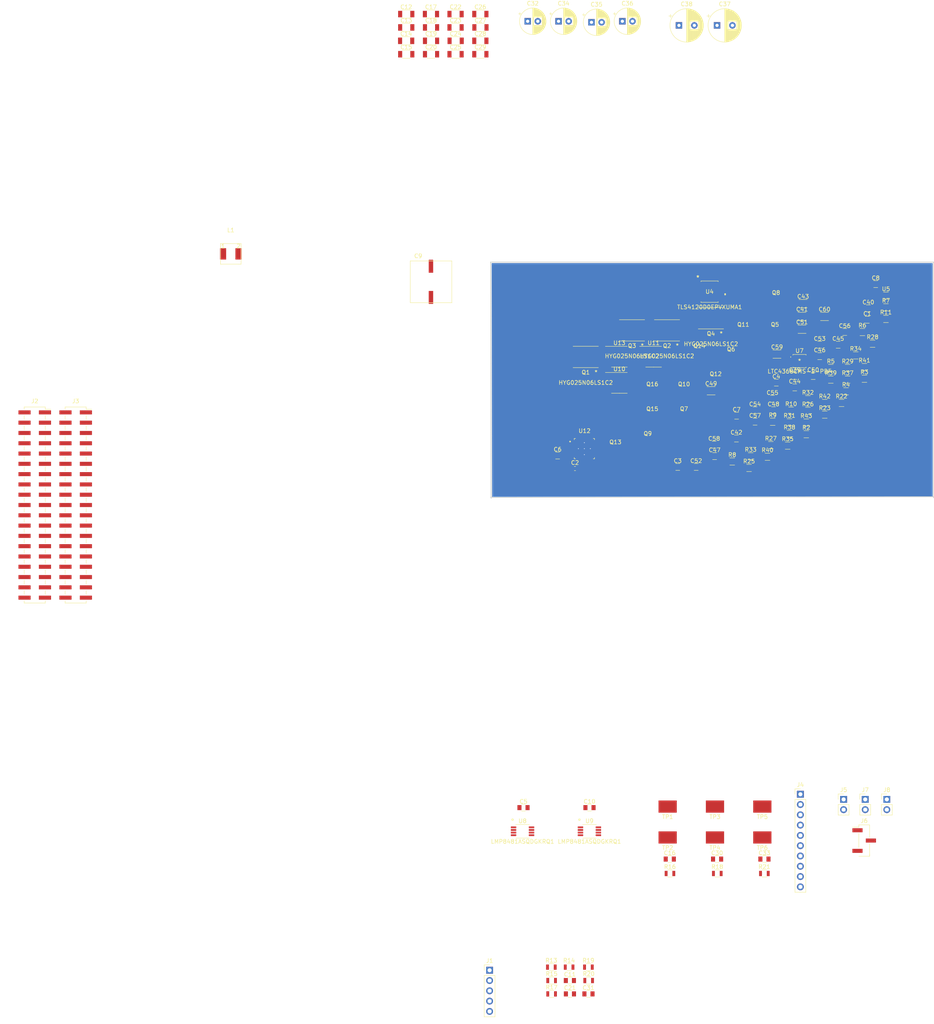
<source format=kicad_pcb>
(kicad_pcb (version 20171130) (host pcbnew 5.1.9-73d0e3b20d~88~ubuntu20.04.1)
  (layers (0 F.Cu signal) (31 B.Cu signal hide) (34 B.Paste user) (35 F.Paste user) (36 B.SilkS user) (37 F.SilkS user) (38 B.Mask user) (39 F.Mask user) (44 Edge.Cuts user))
  (net 0 "")
  (net 1 GND)
  (net 2 VBUS)
  (net 3 "Net-(C3-Pad1)")
  (net 4 /VBUS_UNPROTECTED)
  (net 5 +5V)
  (net 6 "Net-(C6-Pad2)")
  (net 7 +10V)
  (net 8 "Net-(C7-Pad2)")
  (net 9 "Net-(C8-Pad1)")
  (net 10 /ENCODER_B)
  (net 11 /THERM_0)
  (net 12 /ENCODER_X)
  (net 13 /THERM_1)
  (net 14 /ENCODER_A)
  (net 15 /THERM_2)
  (net 16 /PH_A_SH)
  (net 17 "Net-(C39-Pad1)")
  (net 18 "Net-(C40-Pad1)")
  (net 19 +3V3)
  (net 20 /SNS_SH_A)
  (net 21 "Net-(C45-Pad2)")
  (net 22 /PH_B_SH)
  (net 23 "Net-(C46-Pad1)")
  (net 24 "Net-(C47-Pad1)")
  (net 25 "Net-(C50-Pad2)")
  (net 26 "Net-(C50-Pad1)")
  (net 27 /SNS_SH_B)
  (net 28 "Net-(C53-Pad1)")
  (net 29 /PH_C_SH)
  (net 30 "Net-(C56-Pad1)")
  (net 31 "Net-(C57-Pad1)")
  (net 32 /SNS_SH_C)
  (net 33 /X_UNFILTERED)
  (net 34 /A_UNFILTERED)
  (net 35 /B_UNFILTERED)
  (net 36 /LOAD_PWM)
  (net 37 /USART1_RX)
  (net 38 /USART1_TX)
  (net 39 "Net-(J5-Pad2)")
  (net 40 /INHA)
  (net 41 /INHB)
  (net 42 "Net-(J6-Pad2)")
  (net 43 /INHC)
  (net 44 "Net-(J6-Pad3)")
  (net 45 "Net-(Q1-Pad2)")
  (net 46 "Net-(Q1-Pad3)")
  (net 47 "Net-(Q3-Pad1)")
  (net 48 "Net-(Q5-Pad2)")
  (net 49 "Net-(Q6-Pad2)")
  (net 50 "Net-(Q11-Pad2)")
  (net 51 "Net-(Q10-Pad2)")
  (net 52 "Net-(Q13-Pad2)")
  (net 53 "Net-(Q14-Pad2)")
  (net 54 "Net-(R2-Pad1)")
  (net 55 /~SHDN)
  (net 56 "Net-(R4-Pad2)")
  (net 57 "Net-(R5-Pad2)")
  (net 58 "Net-(R6-Pad2)")
  (net 59 "Net-(R9-Pad1)")
  (net 60 /GHA)
  (net 61 /GLA)
  (net 62 "Net-(R27-Pad2)")
  (net 63 /GHB)
  (net 64 /GLB)
  (net 65 "Net-(R33-Pad2)")
  (net 66 /GHC)
  (net 67 /GLC)
  (net 68 "Net-(R37-Pad2)")
  (net 69 /DRV_EN)
  (net 70 /CS)
  (net 71 /SDO)
  (net 72 /DRV_nFAULT)
  (net 73 "Net-(L1-Pad1)")
  (net 74 /LTC_FAULT)
  (net 75 /SYSTEM_SH_-)
  (net 76 /SYSTEM_SH_+)
  (net 77 /SNS_SH_SYSTEM)
  (net 78 /STM_VREF)
  (net 79 /REGEN_LOAD_SH_+)
  (net 80 /SNS_SH_REGEN_LOAD)
  (net 81 /REGEN_LOAD_SH_-)
  (net 82 "Net-(R24-Pad3)")
  (net 83 "Net-(R24-Pad2)")
  (net 84 "Net-(R30-Pad3)")
  (net 85 "Net-(R30-Pad2)")
  (net 86 /INLA)
  (net 87 /INLB)
  (net 88 /INLC)
  (net 89 /SDI)
  (net 90 /SCLK)
  (net 91 "Net-(R36-Pad3)")
  (net 92 "Net-(R36-Pad2)")
  (net 93 "Net-(J2-Pad37)")
  (net 94 "Net-(J2-Pad33)")
  (net 95 "Net-(J2-Pad31)")
  (net 96 "Net-(J2-Pad29)")
  (net 97 "Net-(J2-Pad27)")
  (net 98 "Net-(J2-Pad26)")
  (net 99 "Net-(J2-Pad25)")
  (net 100 "Net-(J2-Pad21)")
  (net 101 "Net-(J2-Pad19)")
  (net 102 "Net-(J2-Pad17)")
  (net 103 "Net-(J2-Pad15)")
  (net 104 "Net-(J2-Pad14)")
  (net 105 "Net-(J2-Pad13)")
  (net 106 "Net-(J2-Pad12)")
  (net 107 "Net-(J2-Pad11)")
  (net 108 "Net-(J2-Pad10)")
  (net 109 "Net-(J2-Pad9)")
  (net 110 "Net-(J2-Pad8)")
  (net 111 "Net-(J2-Pad7)")
  (net 112 "Net-(J2-Pad6)")
  (net 113 "Net-(J2-Pad5)")
  (net 114 "Net-(J2-Pad3)")
  (net 115 "Net-(J3-Pad38)")
  (net 116 "Net-(J3-Pad36)")
  (net 117 "Net-(J3-Pad34)")
  (net 118 "Net-(J3-Pad32)")
  (net 119 "Net-(J3-Pad30)")
  (net 120 "Net-(J3-Pad29)")
  (net 121 "Net-(J3-Pad27)")
  (net 122 "Net-(J3-Pad25)")
  (net 123 "Net-(J3-Pad22)")
  (net 124 "Net-(J3-Pad20)")
  (net 125 "Net-(J3-Pad19)")
  (net 126 "Net-(J3-Pad16)")
  (net 127 /MOSI)
  (net 128 /MISO)
  (net 129 "Net-(J3-Pad12)")
  (net 130 "Net-(J3-Pad10)")
  (net 131 "Net-(J3-Pad9)")
  (net 132 "Net-(J3-Pad8)")
  (net 133 "Net-(J3-Pad6)")
  (net 134 "Net-(J3-Pad5)")
  (net 135 "Net-(J3-Pad4)")
  (net 136 "Net-(J3-Pad3)")
  (net 137 "Net-(J3-Pad2)")
  (net 138 "Net-(J3-Pad1)")
  (module footprints:SRP0520-4R7K (layer F.Cu) (at 34.163 74.422)
    (fp_text reference L1 (at 0 -5.85) (layer F.SilkS))
    (fp_text value SRP0520-4R7K)
    (fp_text user 1 (at -1.905 -1.905) (layer F.SilkS))
    (fp_text user 2 (at 1.905 -1.905) (layer F.SilkS))
    (pad 2 smd rect (at 1.905 0) (size 1.524 2.786) (layers F.Cu F.Paste F.Mask) (net 7 +10V))
    (pad 1 smd rect (at -1.905 0) (size 1.524 2.786) (layers F.Cu F.Paste F.Mask) (net 73 "Net-(L1-Pad1)"))
  )
  (module Connector_PinHeader_2.54mm:PinHeader_1x03_P2.54mm_Vertical_SMD_Pin1Left (layer F.Cu) (at 190.5 219.202)
    (fp_text reference J6 (at 0 -4.87) (layer F.SilkS))
    (fp_text value CONN_01X03)
    (pad 2 smd rect (at 1.655 0) (size 2.51 1) (layers F.Cu F.Paste F.Mask) (net 42 "Net-(J6-Pad2)"))
    (pad 3 smd rect (at -1.655 2.54) (size 2.51 1) (layers F.Cu F.Paste F.Mask) (net 44 "Net-(J6-Pad3)"))
    (pad 1 smd rect (at -1.655 -2.54) (size 2.51 1) (layers F.Cu F.Paste F.Mask) (net 39 "Net-(J5-Pad2)"))
  )
  (module Connector_PinSocket_2.54mm:PinSocket_2x19_P2.54mm_Vertical_SMD (layer F.Cu) (at -4.124 136.398)
    (fp_text reference J3 (at 0 -25.63) (layer F.SilkS))
    (fp_text value Conn_02x19_Odd_Even)
    (pad 38 smd rect (at -2.52 22.86) (size 3 1) (layers F.Cu F.Paste F.Mask) (net 115 "Net-(J3-Pad38)"))
    (pad 37 smd rect (at 2.52 22.86) (size 3 1) (layers F.Cu F.Paste F.Mask) (net 37 /USART1_RX))
    (pad 36 smd rect (at -2.52 20.32) (size 3 1) (layers F.Cu F.Paste F.Mask) (net 116 "Net-(J3-Pad36)"))
    (pad 35 smd rect (at 2.52 20.32) (size 3 1) (layers F.Cu F.Paste F.Mask) (net 38 /USART1_TX))
    (pad 34 smd rect (at -2.52 17.78) (size 3 1) (layers F.Cu F.Paste F.Mask) (net 117 "Net-(J3-Pad34)"))
    (pad 33 smd rect (at 2.52 17.78) (size 3 1) (layers F.Cu F.Paste F.Mask) (net 72 /DRV_nFAULT))
    (pad 32 smd rect (at -2.52 15.24) (size 3 1) (layers F.Cu F.Paste F.Mask) (net 118 "Net-(J3-Pad32)"))
    (pad 31 smd rect (at 2.52 15.24) (size 3 1) (layers F.Cu F.Paste F.Mask) (net 69 /DRV_EN))
    (pad 30 smd rect (at -2.52 12.7) (size 3 1) (layers F.Cu F.Paste F.Mask) (net 119 "Net-(J3-Pad30)"))
    (pad 29 smd rect (at 2.52 12.7) (size 3 1) (layers F.Cu F.Paste F.Mask) (net 120 "Net-(J3-Pad29)"))
    (pad 28 smd rect (at -2.52 10.16) (size 3 1) (layers F.Cu F.Paste F.Mask) (net 20 /SNS_SH_A))
    (pad 27 smd rect (at 2.52 10.16) (size 3 1) (layers F.Cu F.Paste F.Mask) (net 121 "Net-(J3-Pad27)"))
    (pad 26 smd rect (at -2.52 7.62) (size 3 1) (layers F.Cu F.Paste F.Mask) (net 27 /SNS_SH_B))
    (pad 25 smd rect (at 2.52 7.62) (size 3 1) (layers F.Cu F.Paste F.Mask) (net 122 "Net-(J3-Pad25)"))
    (pad 24 smd rect (at -2.52 5.08) (size 3 1) (layers F.Cu F.Paste F.Mask) (net 88 /INLC))
    (pad 23 smd rect (at 2.52 5.08) (size 3 1) (layers F.Cu F.Paste F.Mask) (net 40 /INHA))
    (pad 22 smd rect (at -2.52 2.54) (size 3 1) (layers F.Cu F.Paste F.Mask) (net 123 "Net-(J3-Pad22)"))
    (pad 21 smd rect (at 2.52 2.54) (size 3 1) (layers F.Cu F.Paste F.Mask) (net 41 /INHB))
    (pad 20 smd rect (at -2.52 0) (size 3 1) (layers F.Cu F.Paste F.Mask) (net 124 "Net-(J3-Pad20)"))
    (pad 19 smd rect (at 2.52 0) (size 3 1) (layers F.Cu F.Paste F.Mask) (net 125 "Net-(J3-Pad19)"))
    (pad 18 smd rect (at -2.52 -2.54) (size 3 1) (layers F.Cu F.Paste F.Mask) (net 32 /SNS_SH_C))
    (pad 17 smd rect (at 2.52 -2.54) (size 3 1) (layers F.Cu F.Paste F.Mask) (net 70 /CS))
    (pad 16 smd rect (at -2.52 -5.08) (size 3 1) (layers F.Cu F.Paste F.Mask) (net 126 "Net-(J3-Pad16)"))
    (pad 15 smd rect (at 2.52 -5.08) (size 3 1) (layers F.Cu F.Paste F.Mask) (net 127 /MOSI))
    (pad 14 smd rect (at -2.52 -7.62) (size 3 1) (layers F.Cu F.Paste F.Mask) (net 36 /LOAD_PWM))
    (pad 13 smd rect (at 2.52 -7.62) (size 3 1) (layers F.Cu F.Paste F.Mask) (net 128 /MISO))
    (pad 12 smd rect (at -2.52 -10.16) (size 3 1) (layers F.Cu F.Paste F.Mask) (net 129 "Net-(J3-Pad12)"))
    (pad 11 smd rect (at 2.52 -10.16) (size 3 1) (layers F.Cu F.Paste F.Mask) (net 90 /SCLK))
    (pad 10 smd rect (at -2.52 -12.7) (size 3 1) (layers F.Cu F.Paste F.Mask) (net 130 "Net-(J3-Pad10)"))
    (pad 9 smd rect (at 2.52 -12.7) (size 3 1) (layers F.Cu F.Paste F.Mask) (net 131 "Net-(J3-Pad9)"))
    (pad 8 smd rect (at -2.52 -15.24) (size 3 1) (layers F.Cu F.Paste F.Mask) (net 132 "Net-(J3-Pad8)"))
    (pad 7 smd rect (at 2.52 -15.24) (size 3 1) (layers F.Cu F.Paste F.Mask) (net 78 /STM_VREF))
    (pad 6 smd rect (at -2.52 -17.78) (size 3 1) (layers F.Cu F.Paste F.Mask) (net 133 "Net-(J3-Pad6)"))
    (pad 5 smd rect (at 2.52 -17.78) (size 3 1) (layers F.Cu F.Paste F.Mask) (net 134 "Net-(J3-Pad5)"))
    (pad 4 smd rect (at -2.52 -20.32) (size 3 1) (layers F.Cu F.Paste F.Mask) (net 135 "Net-(J3-Pad4)"))
    (pad 3 smd rect (at 2.52 -20.32) (size 3 1) (layers F.Cu F.Paste F.Mask) (net 136 "Net-(J3-Pad3)"))
    (pad 2 smd rect (at -2.52 -22.86) (size 3 1) (layers F.Cu F.Paste F.Mask) (net 137 "Net-(J3-Pad2)"))
    (pad 1 smd rect (at 2.52 -22.86) (size 3 1) (layers F.Cu F.Paste F.Mask) (net 138 "Net-(J3-Pad1)"))
  )
  (module Connector_PinSocket_2.54mm:PinSocket_2x19_P2.54mm_Vertical_SMD (layer F.Cu) (at -14.224 136.398)
    (fp_text reference J2 (at 0 -25.63) (layer F.SilkS))
    (fp_text value Conn_02x19_Odd_Even)
    (pad 38 smd rect (at -2.52 22.86) (size 3 1) (layers F.Cu F.Paste F.Mask) (net 80 /SNS_SH_REGEN_LOAD))
    (pad 37 smd rect (at 2.52 22.86) (size 3 1) (layers F.Cu F.Paste F.Mask) (net 93 "Net-(J2-Pad37)"))
    (pad 36 smd rect (at -2.52 20.32) (size 3 1) (layers F.Cu F.Paste F.Mask) (net 77 /SNS_SH_SYSTEM))
    (pad 35 smd rect (at 2.52 20.32) (size 3 1) (layers F.Cu F.Paste F.Mask) (net 43 /INHC))
    (pad 34 smd rect (at -2.52 17.78) (size 3 1) (layers F.Cu F.Paste F.Mask) (net 87 /INLB))
    (pad 33 smd rect (at 2.52 17.78) (size 3 1) (layers F.Cu F.Paste F.Mask) (net 94 "Net-(J2-Pad33)"))
    (pad 32 smd rect (at -2.52 15.24) (size 3 1) (layers F.Cu F.Paste F.Mask) (net 15 /THERM_2))
    (pad 31 smd rect (at 2.52 15.24) (size 3 1) (layers F.Cu F.Paste F.Mask) (net 95 "Net-(J2-Pad31)"))
    (pad 30 smd rect (at -2.52 12.7) (size 3 1) (layers F.Cu F.Paste F.Mask) (net 13 /THERM_1))
    (pad 29 smd rect (at 2.52 12.7) (size 3 1) (layers F.Cu F.Paste F.Mask) (net 96 "Net-(J2-Pad29)"))
    (pad 28 smd rect (at -2.52 10.16) (size 3 1) (layers F.Cu F.Paste F.Mask) (net 11 /THERM_0))
    (pad 27 smd rect (at 2.52 10.16) (size 3 1) (layers F.Cu F.Paste F.Mask) (net 97 "Net-(J2-Pad27)"))
    (pad 26 smd rect (at -2.52 7.62) (size 3 1) (layers F.Cu F.Paste F.Mask) (net 98 "Net-(J2-Pad26)"))
    (pad 25 smd rect (at 2.52 7.62) (size 3 1) (layers F.Cu F.Paste F.Mask) (net 99 "Net-(J2-Pad25)"))
    (pad 24 smd rect (at -2.52 5.08) (size 3 1) (layers F.Cu F.Paste F.Mask) (net 7 +10V))
    (pad 23 smd rect (at 2.52 5.08) (size 3 1) (layers F.Cu F.Paste F.Mask) (net 86 /INLA))
    (pad 22 smd rect (at -2.52 2.54) (size 3 1) (layers F.Cu F.Paste F.Mask) (net 1 GND))
    (pad 21 smd rect (at 2.52 2.54) (size 3 1) (layers F.Cu F.Paste F.Mask) (net 100 "Net-(J2-Pad21)"))
    (pad 20 smd rect (at -2.52 0) (size 3 1) (layers F.Cu F.Paste F.Mask) (net 1 GND))
    (pad 19 smd rect (at 2.52 0) (size 3 1) (layers F.Cu F.Paste F.Mask) (net 101 "Net-(J2-Pad19)"))
    (pad 18 smd rect (at -2.52 -2.54) (size 3 1) (layers F.Cu F.Paste F.Mask) (net 5 +5V))
    (pad 17 smd rect (at 2.52 -2.54) (size 3 1) (layers F.Cu F.Paste F.Mask) (net 102 "Net-(J2-Pad17)"))
    (pad 16 smd rect (at -2.52 -5.08) (size 3 1) (layers F.Cu F.Paste F.Mask) (net 19 +3V3))
    (pad 15 smd rect (at 2.52 -5.08) (size 3 1) (layers F.Cu F.Paste F.Mask) (net 103 "Net-(J2-Pad15)"))
    (pad 14 smd rect (at -2.52 -7.62) (size 3 1) (layers F.Cu F.Paste F.Mask) (net 104 "Net-(J2-Pad14)"))
    (pad 13 smd rect (at 2.52 -7.62) (size 3 1) (layers F.Cu F.Paste F.Mask) (net 105 "Net-(J2-Pad13)"))
    (pad 12 smd rect (at -2.52 -10.16) (size 3 1) (layers F.Cu F.Paste F.Mask) (net 106 "Net-(J2-Pad12)"))
    (pad 11 smd rect (at 2.52 -10.16) (size 3 1) (layers F.Cu F.Paste F.Mask) (net 107 "Net-(J2-Pad11)"))
    (pad 10 smd rect (at -2.52 -12.7) (size 3 1) (layers F.Cu F.Paste F.Mask) (net 108 "Net-(J2-Pad10)"))
    (pad 9 smd rect (at 2.52 -12.7) (size 3 1) (layers F.Cu F.Paste F.Mask) (net 109 "Net-(J2-Pad9)"))
    (pad 8 smd rect (at -2.52 -15.24) (size 3 1) (layers F.Cu F.Paste F.Mask) (net 110 "Net-(J2-Pad8)"))
    (pad 7 smd rect (at 2.52 -15.24) (size 3 1) (layers F.Cu F.Paste F.Mask) (net 111 "Net-(J2-Pad7)"))
    (pad 6 smd rect (at -2.52 -17.78) (size 3 1) (layers F.Cu F.Paste F.Mask) (net 112 "Net-(J2-Pad6)"))
    (pad 5 smd rect (at 2.52 -17.78) (size 3 1) (layers F.Cu F.Paste F.Mask) (net 113 "Net-(J2-Pad5)"))
    (pad 4 smd rect (at -2.52 -20.32) (size 3 1) (layers F.Cu F.Paste F.Mask) (net 10 /ENCODER_B))
    (pad 3 smd rect (at 2.52 -20.32) (size 3 1) (layers F.Cu F.Paste F.Mask) (net 114 "Net-(J2-Pad3)"))
    (pad 2 smd rect (at -2.52 -22.86) (size 3 1) (layers F.Cu F.Paste F.Mask) (net 14 /ENCODER_A))
    (pad 1 smd rect (at 2.52 -22.86) (size 3 1) (layers F.Cu F.Paste F.Mask) (net 12 /ENCODER_X))
  )
  (module Package_SO:SOIC-8_3.9x4.9mm_P1.27mm (layer F.Cu) (at 130.072 99.803)
    (fp_text reference U13 (at 0 -3.4) (layer F.SilkS))
    (fp_text value INA240A1D)
    (pad 8 smd roundrect (at 2.475 -1.905) (size 1.95 0.6) (layers F.Cu F.Paste F.Mask) (net 91 "Net-(R36-Pad3)"))
    (pad 7 smd roundrect (at 2.475 -0.635) (size 1.95 0.6) (layers F.Cu F.Paste F.Mask) (net 1 GND))
    (pad 6 smd roundrect (at 2.475 0.635) (size 1.95 0.6) (layers F.Cu F.Paste F.Mask) (net 19 +3V3))
    (pad 5 smd roundrect (at 2.475 1.905) (size 1.95 0.6) (layers F.Cu F.Paste F.Mask) (net 68 "Net-(R37-Pad2)"))
    (pad 4 smd roundrect (at -2.475 1.905) (size 1.95 0.6) (layers F.Cu F.Paste F.Mask) (net 1 GND))
    (pad 3 smd roundrect (at -2.475 0.635) (size 1.95 0.6) (layers F.Cu F.Paste F.Mask) (net 78 /STM_VREF))
    (pad 2 smd roundrect (at -2.475 -0.635) (size 1.95 0.6) (layers F.Cu F.Paste F.Mask) (net 1 GND))
    (pad 1 smd roundrect (at -2.475 -1.905) (size 1.95 0.6) (layers F.Cu F.Paste F.Mask) (net 92 "Net-(R36-Pad2)"))
  )
  (module footprints:QFN50P500X500X80-33N (layer F.Cu) (at 121.437 122.488)
    (fp_text reference U12 (at 0.04 -4.385) (layer F.SilkS))
    (fp_text value DRV8320S)
    (pad 9 smd roundrect (at -1.75 2.435) (size 0.26 0.88) (layers F.Cu F.Paste F.Mask) (roundrect_rratio 0.11) (net 1 GND))
    (pad 10 smd roundrect (at -1.25 2.435) (size 0.26 0.88) (layers F.Cu F.Paste F.Mask) (roundrect_rratio 0.11) (net 64 /GLB))
    (pad 11 smd roundrect (at -0.75 2.435) (size 0.26 0.88) (layers F.Cu F.Paste F.Mask) (roundrect_rratio 0.11) (net 22 /PH_B_SH))
    (pad 12 smd roundrect (at -0.25 2.435) (size 0.26 0.88) (layers F.Cu F.Paste F.Mask) (roundrect_rratio 0.11) (net 63 /GHB))
    (pad 13 smd roundrect (at 0.25 2.435) (size 0.26 0.88) (layers F.Cu F.Paste F.Mask) (roundrect_rratio 0.11) (net 66 /GHC))
    (pad 14 smd roundrect (at 0.75 2.435) (size 0.26 0.88) (layers F.Cu F.Paste F.Mask) (roundrect_rratio 0.11) (net 29 /PH_C_SH))
    (pad 15 smd roundrect (at 1.25 2.435) (size 0.26 0.88) (layers F.Cu F.Paste F.Mask) (roundrect_rratio 0.11) (net 67 /GLC))
    (pad 16 smd roundrect (at 1.75 2.435) (size 0.26 0.88) (layers F.Cu F.Paste F.Mask) (roundrect_rratio 0.11) (net 1 GND))
    (pad 25 smd roundrect (at 1.75 -2.435) (size 0.26 0.88) (layers F.Cu F.Paste F.Mask) (roundrect_rratio 0.11) (net 40 /INHA))
    (pad 26 smd roundrect (at 1.25 -2.435) (size 0.26 0.88) (layers F.Cu F.Paste F.Mask) (roundrect_rratio 0.11) (net 86 /INLA))
    (pad 27 smd roundrect (at 0.75 -2.435) (size 0.26 0.88) (layers F.Cu F.Paste F.Mask) (roundrect_rratio 0.11) (net 41 /INHB))
    (pad 28 smd roundrect (at 0.25 -2.435) (size 0.26 0.88) (layers F.Cu F.Paste F.Mask) (roundrect_rratio 0.11) (net 87 /INLB))
    (pad 29 smd roundrect (at -0.25 -2.435) (size 0.26 0.88) (layers F.Cu F.Paste F.Mask) (roundrect_rratio 0.11) (net 43 /INHC))
    (pad 30 smd roundrect (at -0.75 -2.435) (size 0.26 0.88) (layers F.Cu F.Paste F.Mask) (roundrect_rratio 0.11) (net 88 /INLC))
    (pad 31 smd roundrect (at -1.25 -2.435) (size 0.26 0.88) (layers F.Cu F.Paste F.Mask) (roundrect_rratio 0.11) (net 1 GND))
    (pad 32 smd roundrect (at -1.75 -2.435) (size 0.26 0.88) (layers F.Cu F.Paste F.Mask) (roundrect_rratio 0.11) (net 26 "Net-(C50-Pad1)"))
    (pad 1 smd roundrect (at -2.435 -1.75) (size 0.88 0.26) (layers F.Cu F.Paste F.Mask) (roundrect_rratio 0.03) (net 25 "Net-(C50-Pad2)"))
    (pad 2 smd roundrect (at -2.435 -1.25) (size 0.88 0.26) (layers F.Cu F.Paste F.Mask) (roundrect_rratio 0.03) (net 21 "Net-(C45-Pad2)"))
    (pad 3 smd roundrect (at -2.435 -0.75) (size 0.88 0.26) (layers F.Cu F.Paste F.Mask) (roundrect_rratio 0.03) (net 2 VBUS))
    (pad 4 smd roundrect (at -2.435 -0.25) (size 0.88 0.26) (layers F.Cu F.Paste F.Mask) (roundrect_rratio 0.03) (net 2 VBUS))
    (pad 5 smd roundrect (at -2.435 0.25) (size 0.88 0.26) (layers F.Cu F.Paste F.Mask) (roundrect_rratio 0.03) (net 60 /GHA))
    (pad 6 smd roundrect (at -2.435 0.75) (size 0.88 0.26) (layers F.Cu F.Paste F.Mask) (roundrect_rratio 0.03) (net 16 /PH_A_SH))
    (pad 7 smd roundrect (at -2.435 1.25) (size 0.88 0.26) (layers F.Cu F.Paste F.Mask) (roundrect_rratio 0.03) (net 61 /GLA))
    (pad 8 smd roundrect (at -2.435 1.75) (size 0.88 0.26) (layers F.Cu F.Paste F.Mask) (roundrect_rratio 0.03) (net 1 GND))
    (pad 17 smd roundrect (at 2.435 1.75) (size 0.88 0.26) (layers F.Cu F.Paste F.Mask) (roundrect_rratio 0.03) (net 72 /DRV_nFAULT))
    (pad 18 smd roundrect (at 2.435 1.25) (size 0.88 0.26) (layers F.Cu F.Paste F.Mask) (roundrect_rratio 0.03) (net 71 /SDO))
    (pad 19 smd roundrect (at 2.435 0.75) (size 0.88 0.26) (layers F.Cu F.Paste F.Mask) (roundrect_rratio 0.03) (net 89 /SDI))
    (pad 20 smd roundrect (at 2.435 0.25) (size 0.88 0.26) (layers F.Cu F.Paste F.Mask) (roundrect_rratio 0.03) (net 90 /SCLK))
    (pad 21 smd roundrect (at 2.435 -0.25) (size 0.88 0.26) (layers F.Cu F.Paste F.Mask) (roundrect_rratio 0.03) (net 70 /CS))
    (pad 22 smd roundrect (at 2.435 -0.75) (size 0.88 0.26) (layers F.Cu F.Paste F.Mask) (roundrect_rratio 0.03) (net 69 /DRV_EN))
    (pad 23 smd roundrect (at 2.435 -1.25) (size 0.88 0.26) (layers F.Cu F.Paste F.Mask) (roundrect_rratio 0.03) (net 1 GND))
    (pad 24 smd roundrect (at 2.435 -1.75) (size 0.88 0.26) (layers F.Cu F.Paste F.Mask) (roundrect_rratio 0.03) (net 28 "Net-(C53-Pad1)"))
    (pad 33 smd rect (at 0 0) (size 3.45 3.45) (layers F.Cu F.Mask))
    (pad 36 thru_hole circle (at 0 0) (size 0.4 0.4) (drill 0.2) (layers *.Cu))
    (pad 37 thru_hole circle (at 1.475 0) (size 0.4 0.4) (drill 0.2) (layers *.Cu))
    (pad 34 thru_hole circle (at 0 -1.475) (size 0.4 0.4) (drill 0.2) (layers *.Cu))
    (pad 35 thru_hole circle (at -1.475 0) (size 0.4 0.4) (drill 0.2) (layers *.Cu))
    (pad 38 thru_hole circle (at 0 1.475) (size 0.4 0.4) (drill 0.2) (layers *.Cu))
  )
  (module Package_SO:SOIC-8_3.9x4.9mm_P1.27mm (layer F.Cu) (at 138.522 99.803)
    (fp_text reference U11 (at 0 -3.4) (layer F.SilkS))
    (fp_text value INA240A1D)
    (pad 8 smd roundrect (at 2.475 -1.905) (size 1.95 0.6) (layers F.Cu F.Paste F.Mask) (net 84 "Net-(R30-Pad3)"))
    (pad 7 smd roundrect (at 2.475 -0.635) (size 1.95 0.6) (layers F.Cu F.Paste F.Mask) (net 1 GND))
    (pad 6 smd roundrect (at 2.475 0.635) (size 1.95 0.6) (layers F.Cu F.Paste F.Mask) (net 19 +3V3))
    (pad 5 smd roundrect (at 2.475 1.905) (size 1.95 0.6) (layers F.Cu F.Paste F.Mask) (net 65 "Net-(R33-Pad2)"))
    (pad 4 smd roundrect (at -2.475 1.905) (size 1.95 0.6) (layers F.Cu F.Paste F.Mask) (net 1 GND))
    (pad 3 smd roundrect (at -2.475 0.635) (size 1.95 0.6) (layers F.Cu F.Paste F.Mask) (net 78 /STM_VREF))
    (pad 2 smd roundrect (at -2.475 -0.635) (size 1.95 0.6) (layers F.Cu F.Paste F.Mask) (net 1 GND))
    (pad 1 smd roundrect (at -2.475 -1.905) (size 1.95 0.6) (layers F.Cu F.Paste F.Mask) (net 85 "Net-(R30-Pad2)"))
  )
  (module Package_SO:SOIC-8_3.9x4.9mm_P1.27mm (layer F.Cu) (at 130.072 106.253)
    (fp_text reference U10 (at 0 -3.4) (layer F.SilkS))
    (fp_text value INA240A1D)
    (pad 8 smd roundrect (at 2.475 -1.905) (size 1.95 0.6) (layers F.Cu F.Paste F.Mask) (net 82 "Net-(R24-Pad3)"))
    (pad 7 smd roundrect (at 2.475 -0.635) (size 1.95 0.6) (layers F.Cu F.Paste F.Mask) (net 1 GND))
    (pad 6 smd roundrect (at 2.475 0.635) (size 1.95 0.6) (layers F.Cu F.Paste F.Mask) (net 19 +3V3))
    (pad 5 smd roundrect (at 2.475 1.905) (size 1.95 0.6) (layers F.Cu F.Paste F.Mask) (net 62 "Net-(R27-Pad2)"))
    (pad 4 smd roundrect (at -2.475 1.905) (size 1.95 0.6) (layers F.Cu F.Paste F.Mask) (net 1 GND))
    (pad 3 smd roundrect (at -2.475 0.635) (size 1.95 0.6) (layers F.Cu F.Paste F.Mask) (net 78 /STM_VREF))
    (pad 2 smd roundrect (at -2.475 -0.635) (size 1.95 0.6) (layers F.Cu F.Paste F.Mask) (net 1 GND))
    (pad 1 smd roundrect (at -2.475 -1.905) (size 1.95 0.6) (layers F.Cu F.Paste F.Mask) (net 83 "Net-(R24-Pad2)"))
  )
  (module footprints:LMP8481ASQDGKRQ1 (layer F.Cu) (at 122.682 216.916)
    (fp_text reference U9 (at 0 -2.54) (layer F.SilkS))
    (fp_text value LMP8481ASQDGKRQ1 (at 0 2.54) (layer F.SilkS))
    (fp_text user * (at -2.47015 -2.5498) (layer F.SilkS))
    (fp_text user * (at -2.47015 -2.5498) (layer F.SilkS))
    (pad 1 smd rect (at -2.21615 -0.974999) (size 1.3335 0.4318) (layers F.Cu F.Paste F.Mask) (net 79 /REGEN_LOAD_SH_+))
    (pad 2 smd rect (at -2.21615 -0.325001) (size 1.3335 0.4318) (layers F.Cu F.Paste F.Mask) (net 5 +5V))
    (pad 3 smd rect (at -2.21615 0.325001) (size 1.3335 0.4318) (layers F.Cu F.Paste F.Mask) (net 1 GND))
    (pad 4 smd rect (at -2.21615 0.974999) (size 1.3335 0.4318) (layers F.Cu F.Paste F.Mask) (net 1 GND))
    (pad 5 smd rect (at 2.21615 0.974999) (size 1.3335 0.4318) (layers F.Cu F.Paste F.Mask) (net 80 /SNS_SH_REGEN_LOAD))
    (pad 6 smd rect (at 2.21615 0.325001) (size 1.3335 0.4318) (layers F.Cu F.Paste F.Mask) (net 78 /STM_VREF))
    (pad 7 smd rect (at 2.21615 -0.325001) (size 1.3335 0.4318) (layers F.Cu F.Paste F.Mask) (net 78 /STM_VREF))
    (pad 8 smd rect (at 2.21615 -0.974999) (size 1.3335 0.4318) (layers F.Cu F.Paste F.Mask) (net 81 /REGEN_LOAD_SH_-))
  )
  (module footprints:LMP8481ASQDGKRQ1 (layer F.Cu) (at 106.172 216.916)
    (fp_text reference U8 (at 0 -2.54) (layer F.SilkS))
    (fp_text value LMP8481ASQDGKRQ1 (at 0 2.54) (layer F.SilkS))
    (fp_text user * (at -2.47015 -2.5498) (layer F.SilkS))
    (fp_text user * (at -2.47015 -2.5498) (layer F.SilkS))
    (pad 1 smd rect (at -2.21615 -0.974999) (size 1.3335 0.4318) (layers F.Cu F.Paste F.Mask) (net 76 /SYSTEM_SH_+))
    (pad 2 smd rect (at -2.21615 -0.325001) (size 1.3335 0.4318) (layers F.Cu F.Paste F.Mask) (net 5 +5V))
    (pad 3 smd rect (at -2.21615 0.325001) (size 1.3335 0.4318) (layers F.Cu F.Paste F.Mask) (net 1 GND))
    (pad 4 smd rect (at -2.21615 0.974999) (size 1.3335 0.4318) (layers F.Cu F.Paste F.Mask) (net 1 GND))
    (pad 5 smd rect (at 2.21615 0.974999) (size 1.3335 0.4318) (layers F.Cu F.Paste F.Mask) (net 77 /SNS_SH_SYSTEM))
    (pad 6 smd rect (at 2.21615 0.325001) (size 1.3335 0.4318) (layers F.Cu F.Paste F.Mask) (net 1 GND))
    (pad 7 smd rect (at 2.21615 -0.325001) (size 1.3335 0.4318) (layers F.Cu F.Paste F.Mask) (net 78 /STM_VREF))
    (pad 8 smd rect (at 2.21615 -0.974999) (size 1.3335 0.4318) (layers F.Cu F.Paste F.Mask) (net 75 /SYSTEM_SH_-))
  )
  (module footprints:LTC4368CMS-2-PBF (layer F.Cu) (at 174.5382 100.8756)
    (fp_text reference U7 (at 0 -2.54) (layer F.SilkS))
    (fp_text value LTC4368CMS-1-PBF (at 0 2.54) (layer F.SilkS))
    (fp_text user * (at 0 0) (layer F.SilkS))
    (pad 1 smd rect (at -1.397 -1.000001) (size 0.8128 0.254) (layers F.Cu F.Paste F.Mask) (net 4 /VBUS_UNPROTECTED))
    (pad 2 smd rect (at -1.397 -0.499999) (size 0.8128 0.254) (layers F.Cu F.Paste F.Mask) (net 57 "Net-(R5-Pad2)"))
    (pad 3 smd rect (at -1.397 0) (size 0.8128 0.254) (layers F.Cu F.Paste F.Mask) (net 58 "Net-(R6-Pad2)"))
    (pad 4 smd rect (at -1.397 0.499999) (size 0.8128 0.254) (layers F.Cu F.Paste F.Mask) (net 9 "Net-(C8-Pad1)"))
    (pad 5 smd rect (at -1.397 1.000001) (size 0.8128 0.254) (layers F.Cu F.Paste F.Mask) (net 1 GND))
    (pad 6 smd rect (at 1.397 1.000001) (size 0.8128 0.254) (layers F.Cu F.Paste F.Mask) (net 55 /~SHDN))
    (pad 7 smd rect (at 1.397 0.499999) (size 0.8128 0.254) (layers F.Cu F.Paste F.Mask) (net 74 /LTC_FAULT))
    (pad 8 smd rect (at 1.397 0) (size 0.8128 0.254) (layers F.Cu F.Paste F.Mask) (net 75 /SYSTEM_SH_-))
    (pad 9 smd rect (at 1.397 -0.499999) (size 0.8128 0.254) (layers F.Cu F.Paste F.Mask) (net 76 /SYSTEM_SH_+))
    (pad 10 smd rect (at 1.397 -1.000001) (size 0.8128 0.254) (layers F.Cu F.Paste F.Mask) (net 45 "Net-(Q1-Pad2)"))
    (pad 11 smd rect (at 0 0) (size 1.651 2.3876) (layers F.Cu F.Paste F.Mask) (net 1 GND))
  )
  (module footprints:R_0805_OEM (layer F.Cu) (at 195.872 84.728)
    (fp_text reference U5 (at 0 -1.65) (layer F.SilkS))
    (fp_text value R_500 hide)
    (pad 2 smd rect (at 0.95 0) (size 0.7 1.3) (layers F.Cu F.Paste F.Mask) (net 1 GND))
    (pad 1 smd rect (at -0.95 0) (size 0.7 1.3) (layers F.Cu F.Paste F.Mask) (net 55 /~SHDN))
  )
  (module footprints:TLS4120D0EPVXUMA1 (layer F.Cu) (at 152.3404 83.7489)
    (fp_text reference U4 (at 0 0) (layer F.SilkS))
    (fp_text value TLS4120D0EPVXUMA1 (at 0 3.81) (layer F.SilkS))
    (fp_text user * (at -2.8956 -3.4486) (layer F.SilkS))
    (fp_text user * (at -2.8956 -3.4486) (layer F.SilkS))
    (pad 1 smd rect (at -2.6416 -1.950001) (size 1.6256 0.3556) (layers F.Cu F.Paste F.Mask) (net 54 "Net-(R2-Pad1)"))
    (pad 2 smd rect (at -2.6416 -1.3) (size 1.6256 0.3556) (layers F.Cu F.Paste F.Mask) (net 1 GND))
    (pad 3 smd rect (at -2.6416 -0.649999) (size 1.6256 0.3556) (layers F.Cu F.Paste F.Mask) (net 1 GND))
    (pad 4 smd rect (at -2.6416 0) (size 1.6256 0.3556) (layers F.Cu F.Paste F.Mask) (net 8 "Net-(C7-Pad2)"))
    (pad 5 smd rect (at -2.6416 0.649999) (size 1.6256 0.3556) (layers F.Cu F.Paste F.Mask) (net 2 VBUS))
    (pad 6 smd rect (at -2.6416 1.3) (size 1.6256 0.3556) (layers F.Cu F.Paste F.Mask) (net 2 VBUS))
    (pad 7 smd rect (at -2.6416 1.949999) (size 1.6256 0.3556) (layers F.Cu F.Paste F.Mask) (net 2 VBUS))
    (pad 8 smd rect (at 2.6416 1.950001) (size 1.6256 0.3556) (layers F.Cu F.Paste F.Mask) (net 1 GND))
    (pad 9 smd rect (at 2.6416 1.3) (size 1.6256 0.3556) (layers F.Cu F.Paste F.Mask) (net 1 GND))
    (pad 10 smd rect (at 2.6416 0.650001) (size 1.6256 0.3556) (layers F.Cu F.Paste F.Mask) (net 73 "Net-(L1-Pad1)"))
    (pad 11 smd rect (at 2.6416 0) (size 1.6256 0.3556) (layers F.Cu F.Paste F.Mask) (net 73 "Net-(L1-Pad1)"))
    (pad 12 smd rect (at 2.6416 -0.649999) (size 1.6256 0.3556) (layers F.Cu F.Paste F.Mask) (net 8 "Net-(C7-Pad2)"))
    (pad 13 smd rect (at 2.6416 -1.3) (size 1.6256 0.3556) (layers F.Cu F.Paste F.Mask) (net 59 "Net-(R9-Pad1)"))
    (pad 14 smd rect (at 2.6416 -1.949999) (size 1.6256 0.3556) (layers F.Cu F.Paste F.Mask) (net 6 "Net-(C6-Pad2)"))
    (pad 15 smd rect (at 0 0) (size 2.7432 4.0894) (layers F.Cu F.Paste F.Mask) (net 1 GND))
  )
  (module footprints:Test_Point_SMD (layer F.Cu) (at 165.354 218.44)
    (fp_text reference TP6 (at 0 2.54) (layer F.SilkS))
    (fp_text value Test_Point_SMD)
    (pad 1 smd rect (at 0 0) (size 4.5 3) (layers F.Cu F.Paste F.Mask) (net 15 /THERM_2))
  )
  (module footprints:Test_Point_SMD (layer F.Cu) (at 165.354 210.82)
    (fp_text reference TP5 (at 0 2.54) (layer F.SilkS))
    (fp_text value Test_Point_SMD)
    (pad 1 smd rect (at 0 0) (size 4.5 3) (layers F.Cu F.Paste F.Mask) (net 19 +3V3))
  )
  (module footprints:Test_Point_SMD (layer F.Cu) (at 153.67 218.44)
    (fp_text reference TP4 (at 0 2.54) (layer F.SilkS))
    (fp_text value Test_Point_SMD)
    (pad 1 smd rect (at 0 0) (size 4.5 3) (layers F.Cu F.Paste F.Mask) (net 13 /THERM_1))
  )
  (module footprints:Test_Point_SMD (layer F.Cu) (at 153.67 210.82)
    (fp_text reference TP3 (at 0 2.54) (layer F.SilkS))
    (fp_text value Test_Point_SMD)
    (pad 1 smd rect (at 0 0) (size 4.5 3) (layers F.Cu F.Paste F.Mask) (net 19 +3V3))
  )
  (module footprints:Test_Point_SMD (layer F.Cu) (at 141.986 218.44)
    (fp_text reference TP2 (at 0 2.54) (layer F.SilkS))
    (fp_text value Test_Point_SMD)
    (pad 1 smd rect (at 0 0) (size 4.5 3) (layers F.Cu F.Paste F.Mask) (net 11 /THERM_0))
  )
  (module footprints:Test_Point_SMD (layer F.Cu) (at 141.986 210.82)
    (fp_text reference TP1 (at 0 2.54) (layer F.SilkS))
    (fp_text value Test_Point_SMD)
    (pad 1 smd rect (at 0 0) (size 4.5 3) (layers F.Cu F.Paste F.Mask) (net 19 +3V3))
  )
  (module footprints:R_0805_OEM (layer F.Cu) (at 176.212 116.048)
    (fp_text reference R43 (at 0 -1.65) (layer F.SilkS))
    (fp_text value R_10K hide)
    (pad 2 smd rect (at 0.95 0) (size 0.7 1.3) (layers F.Cu F.Paste F.Mask) (net 19 +3V3))
    (pad 1 smd rect (at -0.95 0) (size 0.7 1.3) (layers F.Cu F.Paste F.Mask) (net 72 /DRV_nFAULT))
  )
  (module footprints:R_0805_OEM (layer F.Cu) (at 180.762 111.218)
    (fp_text reference R42 (at 0 -1.65) (layer F.SilkS))
    (fp_text value R_10K hide)
    (pad 2 smd rect (at 0.95 0) (size 0.7 1.3) (layers F.Cu F.Paste F.Mask) (net 71 /SDO))
    (pad 1 smd rect (at -0.95 0) (size 0.7 1.3) (layers F.Cu F.Paste F.Mask) (net 19 +3V3))
  )
  (module footprints:R_0805_OEM (layer F.Cu) (at 190.562 102.358)
    (fp_text reference R41 (at 0 -1.65) (layer F.SilkS))
    (fp_text value R_10K hide)
    (pad 2 smd rect (at 0.95 0) (size 0.7 1.3) (layers F.Cu F.Paste F.Mask) (net 19 +3V3))
    (pad 1 smd rect (at -0.95 0) (size 0.7 1.3) (layers F.Cu F.Paste F.Mask) (net 70 /CS))
  )
  (module footprints:R_0805_OEM (layer F.Cu) (at 166.632 124.498)
    (fp_text reference R40 (at 0 -1.65) (layer F.SilkS))
    (fp_text value R_10K hide)
    (pad 2 smd rect (at 0.95 0) (size 0.7 1.3) (layers F.Cu F.Paste F.Mask) (net 69 /DRV_EN))
    (pad 1 smd rect (at -0.95 0) (size 0.7 1.3) (layers F.Cu F.Paste F.Mask) (net 19 +3V3))
  )
  (module footprints:R_0805_OEM (layer F.Cu) (at 182.262 105.458)
    (fp_text reference R39 (at 0 -1.65) (layer F.SilkS))
    (fp_text value DNP hide)
    (pad 2 smd rect (at 0.95 0) (size 0.7 1.3) (layers F.Cu F.Paste F.Mask) (net 29 /PH_C_SH))
    (pad 1 smd rect (at -0.95 0) (size 0.7 1.3) (layers F.Cu F.Paste F.Mask) (net 31 "Net-(C57-Pad1)"))
  )
  (module footprints:R_0805_OEM (layer F.Cu) (at 172.062 118.868)
    (fp_text reference R38 (at 0 -1.65) (layer F.SilkS))
    (fp_text value DNP hide)
    (pad 2 smd rect (at 0.95 0) (size 0.7 1.3) (layers F.Cu F.Paste F.Mask) (net 2 VBUS))
    (pad 1 smd rect (at -0.95 0) (size 0.7 1.3) (layers F.Cu F.Paste F.Mask) (net 30 "Net-(C56-Pad1)"))
  )
  (module footprints:R_0805_OEM (layer F.Cu) (at 186.412 105.458)
    (fp_text reference R37 (at 0 -1.65) (layer F.SilkS))
    (fp_text value R_0 hide)
    (pad 2 smd rect (at 0.95 0) (size 0.7 1.3) (layers F.Cu F.Paste F.Mask) (net 68 "Net-(R37-Pad2)"))
    (pad 1 smd rect (at -0.95 0) (size 0.7 1.3) (layers F.Cu F.Paste F.Mask) (net 32 /SNS_SH_C))
  )
  (module footprints:R_0805_OEM (layer F.Cu) (at 171.612 121.748)
    (fp_text reference R35 (at 0 -1.65) (layer F.SilkS))
    (fp_text value R_1 hide)
    (pad 2 smd rect (at 0.95 0) (size 0.7 1.3) (layers F.Cu F.Paste F.Mask) (net 53 "Net-(Q14-Pad2)"))
    (pad 1 smd rect (at -0.95 0) (size 0.7 1.3) (layers F.Cu F.Paste F.Mask) (net 67 /GLC))
  )
  (module footprints:R_0805_OEM (layer F.Cu) (at 188.422 99.478)
    (fp_text reference R34 (at 0 -1.65) (layer F.SilkS))
    (fp_text value R_1 hide)
    (pad 2 smd rect (at 0.95 0) (size 0.7 1.3) (layers F.Cu F.Paste F.Mask) (net 52 "Net-(Q13-Pad2)"))
    (pad 1 smd rect (at -0.95 0) (size 0.7 1.3) (layers F.Cu F.Paste F.Mask) (net 66 /GHC))
  )
  (module footprints:R_0805_OEM (layer F.Cu) (at 162.482 124.378)
    (fp_text reference R33 (at 0 -1.65) (layer F.SilkS))
    (fp_text value R_0 hide)
    (pad 2 smd rect (at 0.95 0) (size 0.7 1.3) (layers F.Cu F.Paste F.Mask) (net 65 "Net-(R33-Pad2)"))
    (pad 1 smd rect (at -0.95 0) (size 0.7 1.3) (layers F.Cu F.Paste F.Mask) (net 27 /SNS_SH_B))
  )
  (module footprints:R_0805_OEM (layer F.Cu) (at 176.612 110.288)
    (fp_text reference R32 (at 0 -1.65) (layer F.SilkS))
    (fp_text value DNP hide)
    (pad 2 smd rect (at 0.95 0) (size 0.7 1.3) (layers F.Cu F.Paste F.Mask) (net 22 /PH_B_SH))
    (pad 1 smd rect (at -0.95 0) (size 0.7 1.3) (layers F.Cu F.Paste F.Mask) (net 24 "Net-(C47-Pad1)"))
  )
  (module footprints:R_0805_OEM (layer F.Cu) (at 172.062 115.988)
    (fp_text reference R31 (at 0 -1.65) (layer F.SilkS))
    (fp_text value DNP hide)
    (pad 2 smd rect (at 0.95 0) (size 0.7 1.3) (layers F.Cu F.Paste F.Mask) (net 2 VBUS))
    (pad 1 smd rect (at -0.95 0) (size 0.7 1.3) (layers F.Cu F.Paste F.Mask) (net 23 "Net-(C46-Pad1)"))
  )
  (module footprints:R_0805_OEM (layer F.Cu) (at 186.412 102.578)
    (fp_text reference R29 (at 0 -1.65) (layer F.SilkS))
    (fp_text value R_1 hide)
    (pad 2 smd rect (at 0.95 0) (size 0.7 1.3) (layers F.Cu F.Paste F.Mask) (net 51 "Net-(Q10-Pad2)"))
    (pad 1 smd rect (at -0.95 0) (size 0.7 1.3) (layers F.Cu F.Paste F.Mask) (net 64 /GLB))
  )
  (module footprints:R_0805_OEM (layer F.Cu) (at 192.572 96.598)
    (fp_text reference R28 (at 0 -1.65) (layer F.SilkS))
    (fp_text value R_1 hide)
    (pad 2 smd rect (at 0.95 0) (size 0.7 1.3) (layers F.Cu F.Paste F.Mask) (net 50 "Net-(Q11-Pad2)"))
    (pad 1 smd rect (at -0.95 0) (size 0.7 1.3) (layers F.Cu F.Paste F.Mask) (net 63 /GHB))
  )
  (module footprints:R_0805_OEM (layer F.Cu) (at 167.462 121.618)
    (fp_text reference R27 (at 0 -1.65) (layer F.SilkS))
    (fp_text value R_0 hide)
    (pad 2 smd rect (at 0.95 0) (size 0.7 1.3) (layers F.Cu F.Paste F.Mask) (net 62 "Net-(R27-Pad2)"))
    (pad 1 smd rect (at -0.95 0) (size 0.7 1.3) (layers F.Cu F.Paste F.Mask) (net 20 /SNS_SH_A))
  )
  (module footprints:R_0805_OEM (layer F.Cu) (at 176.612 113.168)
    (fp_text reference R26 (at 0 -1.65) (layer F.SilkS))
    (fp_text value DNP hide)
    (pad 2 smd rect (at 0.95 0) (size 0.7 1.3) (layers F.Cu F.Paste F.Mask) (net 16 /PH_A_SH))
    (pad 1 smd rect (at -0.95 0) (size 0.7 1.3) (layers F.Cu F.Paste F.Mask) (net 18 "Net-(C40-Pad1)"))
  )
  (module footprints:R_0805_OEM (layer F.Cu) (at 162.082 127.258)
    (fp_text reference R25 (at 0 -1.65) (layer F.SilkS))
    (fp_text value DNP hide)
    (pad 2 smd rect (at 0.95 0) (size 0.7 1.3) (layers F.Cu F.Paste F.Mask) (net 2 VBUS))
    (pad 1 smd rect (at -0.95 0) (size 0.7 1.3) (layers F.Cu F.Paste F.Mask) (net 17 "Net-(C39-Pad1)"))
  )
  (module footprints:R_0805_OEM (layer F.Cu) (at 180.762 114.098)
    (fp_text reference R23 (at 0 -1.65) (layer F.SilkS))
    (fp_text value R_1 hide)
    (pad 2 smd rect (at 0.95 0) (size 0.7 1.3) (layers F.Cu F.Paste F.Mask) (net 49 "Net-(Q6-Pad2)"))
    (pad 1 smd rect (at -0.95 0) (size 0.7 1.3) (layers F.Cu F.Paste F.Mask) (net 61 /GLA))
  )
  (module footprints:R_0805_OEM (layer F.Cu) (at 184.912 111.218)
    (fp_text reference R22 (at 0 -1.65) (layer F.SilkS))
    (fp_text value R_1 hide)
    (pad 2 smd rect (at 0.95 0) (size 0.7 1.3) (layers F.Cu F.Paste F.Mask) (net 48 "Net-(Q5-Pad2)"))
    (pad 1 smd rect (at -0.95 0) (size 0.7 1.3) (layers F.Cu F.Paste F.Mask) (net 60 /GHA))
  )
  (module footprints:R_0805_OEM (layer F.Cu) (at 165.862 227.33)
    (fp_text reference R21 (at 0 -1.65) (layer F.SilkS))
    (fp_text value R_10K hide)
    (pad 2 smd rect (at 0.95 0) (size 0.7 1.3) (layers F.Cu F.Paste F.Mask) (net 15 /THERM_2))
    (pad 1 smd rect (at -0.95 0) (size 0.7 1.3) (layers F.Cu F.Paste F.Mask) (net 1 GND))
  )
  (module footprints:R_0805_OEM (layer F.Cu) (at 122.494 253.746)
    (fp_text reference R20 (at 0 -1.65) (layer F.SilkS))
    (fp_text value R_0 hide)
    (pad 2 smd rect (at 0.95 0) (size 0.7 1.3) (layers F.Cu F.Paste F.Mask) (net 34 /A_UNFILTERED))
    (pad 1 smd rect (at -0.95 0) (size 0.7 1.3) (layers F.Cu F.Paste F.Mask) (net 14 /ENCODER_A))
  )
  (module footprints:R_0805_OEM (layer F.Cu) (at 122.428 250.444)
    (fp_text reference R19 (at 0 -1.65) (layer F.SilkS))
    (fp_text value DNP hide)
    (pad 2 smd rect (at 0.95 0) (size 0.7 1.3) (layers F.Cu F.Paste F.Mask) (net 5 +5V))
    (pad 1 smd rect (at -0.95 0) (size 0.7 1.3) (layers F.Cu F.Paste F.Mask) (net 34 /A_UNFILTERED))
  )
  (module footprints:R_0805_OEM (layer F.Cu) (at 154.244 227.33)
    (fp_text reference R18 (at 0 -1.65) (layer F.SilkS))
    (fp_text value R_10K hide)
    (pad 2 smd rect (at 0.95 0) (size 0.7 1.3) (layers F.Cu F.Paste F.Mask) (net 13 /THERM_1))
    (pad 1 smd rect (at -0.95 0) (size 0.7 1.3) (layers F.Cu F.Paste F.Mask) (net 1 GND))
  )
  (module footprints:R_0805_OEM (layer F.Cu) (at 113.35 257.048)
    (fp_text reference R17 (at 0 -1.65) (layer F.SilkS))
    (fp_text value R_0 hide)
    (pad 2 smd rect (at 0.95 0) (size 0.7 1.3) (layers F.Cu F.Paste F.Mask) (net 33 /X_UNFILTERED))
    (pad 1 smd rect (at -0.95 0) (size 0.7 1.3) (layers F.Cu F.Paste F.Mask) (net 12 /ENCODER_X))
  )
  (module footprints:R_0805_OEM (layer F.Cu) (at 142.56 227.33)
    (fp_text reference R16 (at 0 -1.65) (layer F.SilkS))
    (fp_text value R_10K hide)
    (pad 2 smd rect (at 0.95 0) (size 0.7 1.3) (layers F.Cu F.Paste F.Mask) (net 11 /THERM_0))
    (pad 1 smd rect (at -0.95 0) (size 0.7 1.3) (layers F.Cu F.Paste F.Mask) (net 1 GND))
  )
  (module footprints:R_0805_OEM (layer F.Cu) (at 113.35 253.746)
    (fp_text reference R15 (at 0 -1.65) (layer F.SilkS))
    (fp_text value DNP hide)
    (pad 2 smd rect (at 0.95 0) (size 0.7 1.3) (layers F.Cu F.Paste F.Mask) (net 5 +5V))
    (pad 1 smd rect (at -0.95 0) (size 0.7 1.3) (layers F.Cu F.Paste F.Mask) (net 33 /X_UNFILTERED))
  )
  (module footprints:R_0805_OEM (layer F.Cu) (at 117.668 250.444)
    (fp_text reference R14 (at 0 -1.65) (layer F.SilkS))
    (fp_text value R_0 hide)
    (pad 2 smd rect (at 0.95 0) (size 0.7 1.3) (layers F.Cu F.Paste F.Mask) (net 35 /B_UNFILTERED))
    (pad 1 smd rect (at -0.95 0) (size 0.7 1.3) (layers F.Cu F.Paste F.Mask) (net 10 /ENCODER_B))
  )
  (module footprints:R_0805_OEM (layer F.Cu) (at 113.284 250.444)
    (fp_text reference R13 (at 0 -1.65) (layer F.SilkS))
    (fp_text value DNP hide)
    (pad 2 smd rect (at 0.95 0) (size 0.7 1.3) (layers F.Cu F.Paste F.Mask) (net 5 +5V))
    (pad 1 smd rect (at -0.95 0) (size 0.7 1.3) (layers F.Cu F.Paste F.Mask) (net 35 /B_UNFILTERED))
  )
  (module footprints:R_0805_OEM (layer F.Cu) (at 195.872 90.488)
    (fp_text reference R11 (at 0 -1.65) (layer F.SilkS))
    (fp_text value R_120K hide)
    (pad 2 smd rect (at 0.95 0) (size 0.7 1.3) (layers F.Cu F.Paste F.Mask) (net 8 "Net-(C7-Pad2)"))
    (pad 1 smd rect (at -0.95 0) (size 0.7 1.3) (layers F.Cu F.Paste F.Mask) (net 6 "Net-(C6-Pad2)"))
  )
  (module footprints:R_0805_OEM (layer F.Cu) (at 172.462 113.108)
    (fp_text reference R10 (at 0 -1.65) (layer F.SilkS))
    (fp_text value R_2M hide)
    (pad 2 smd rect (at 0.95 0) (size 0.7 1.3) (layers F.Cu F.Paste F.Mask) (net 6 "Net-(C6-Pad2)"))
    (pad 1 smd rect (at -0.95 0) (size 0.7 1.3) (layers F.Cu F.Paste F.Mask) (net 7 +10V))
  )
  (module footprints:R_0805_OEM (layer F.Cu) (at 167.912 115.858)
    (fp_text reference R9 (at 0 -1.65) (layer F.SilkS))
    (fp_text value R_100K hide)
    (pad 2 smd rect (at 0.95 0) (size 0.7 1.3) (layers F.Cu F.Paste F.Mask) (net 8 "Net-(C7-Pad2)"))
    (pad 1 smd rect (at -0.95 0) (size 0.7 1.3) (layers F.Cu F.Paste F.Mask) (net 59 "Net-(R9-Pad1)"))
  )
  (module footprints:R_0805_OEM (layer F.Cu) (at 157.932 125.658)
    (fp_text reference R8 (at 0 -1.65) (layer F.SilkS))
    (fp_text value R_22K hide)
    (pad 2 smd rect (at 0.95 0) (size 0.7 1.3) (layers F.Cu F.Paste F.Mask) (net 3 "Net-(C3-Pad1)"))
    (pad 1 smd rect (at -0.95 0) (size 0.7 1.3) (layers F.Cu F.Paste F.Mask) (net 45 "Net-(Q1-Pad2)"))
  )
  (module footprints:R_0805_OEM (layer F.Cu) (at 195.872 87.608)
    (fp_text reference R7 (at 0 -1.65) (layer F.SilkS))
    (fp_text value R_97.6K hide)
    (pad 2 smd rect (at 0.95 0) (size 0.7 1.3) (layers F.Cu F.Paste F.Mask) (net 1 GND))
    (pad 1 smd rect (at -0.95 0) (size 0.7 1.3) (layers F.Cu F.Paste F.Mask) (net 58 "Net-(R6-Pad2)"))
  )
  (module footprints:R_0805_OEM (layer F.Cu) (at 190.062 93.718)
    (fp_text reference R6 (at 0 -1.65) (layer F.SilkS))
    (fp_text value R_300K hide)
    (pad 2 smd rect (at 0.95 0) (size 0.7 1.3) (layers F.Cu F.Paste F.Mask) (net 58 "Net-(R6-Pad2)"))
    (pad 1 smd rect (at -0.95 0) (size 0.7 1.3) (layers F.Cu F.Paste F.Mask) (net 57 "Net-(R5-Pad2)"))
  )
  (module footprints:R_0805_OEM (layer F.Cu) (at 182.262 102.578)
    (fp_text reference R5 (at 0 -1.65) (layer F.SilkS))
    (fp_text value R_2M hide)
    (pad 2 smd rect (at 0.95 0) (size 0.7 1.3) (layers F.Cu F.Paste F.Mask) (net 57 "Net-(R5-Pad2)"))
    (pad 1 smd rect (at -0.95 0) (size 0.7 1.3) (layers F.Cu F.Paste F.Mask) (net 56 "Net-(R4-Pad2)"))
  )
  (module footprints:R_0805_OEM (layer F.Cu) (at 186.012 108.338)
    (fp_text reference R4 (at 0 -1.65) (layer F.SilkS))
    (fp_text value R_845K hide)
    (pad 2 smd rect (at 0.95 0) (size 0.7 1.3) (layers F.Cu F.Paste F.Mask) (net 56 "Net-(R4-Pad2)"))
    (pad 1 smd rect (at -0.95 0) (size 0.7 1.3) (layers F.Cu F.Paste F.Mask) (net 4 /VBUS_UNPROTECTED))
  )
  (module footprints:R_0805_OEM (layer F.Cu) (at 190.562 105.238)
    (fp_text reference R3 (at 0 -1.65) (layer F.SilkS))
    (fp_text value R_1.54K hide)
    (pad 2 smd rect (at 0.95 0) (size 0.7 1.3) (layers F.Cu F.Paste F.Mask) (net 55 /~SHDN))
    (pad 1 smd rect (at -0.95 0) (size 0.7 1.3) (layers F.Cu F.Paste F.Mask) (net 4 /VBUS_UNPROTECTED))
  )
  (module footprints:R_0805_OEM (layer F.Cu) (at 176.212 118.928)
    (fp_text reference R2 (at 0 -1.65) (layer F.SilkS))
    (fp_text value R_100K hide)
    (pad 2 smd rect (at 0.95 0) (size 0.7 1.3) (layers F.Cu F.Paste F.Mask) (net 1 GND))
    (pad 1 smd rect (at -0.95 0) (size 0.7 1.3) (layers F.Cu F.Paste F.Mask) (net 54 "Net-(R2-Pad1)"))
  )
  (module footprints:LFPAK56 (layer F.Cu) (at 138.206999 106.078)
    (fp_text reference Q16 (at 0 0.5) (layer F.SilkS))
    (fp_text value DNP)
    (pad 2 smd rect (at -2.835 1.91 270) (size 0.7 1.15) (layers F.Cu F.Paste F.Mask) (net 53 "Net-(Q14-Pad2)"))
    (pad 3 smd custom (at 0.435 0) (size 3.3 4.2) (layers F.Cu F.Mask) (net 29 /PH_C_SH) (options (clearance outline) (anchor rect)) (primitives (gr_poly (pts (xy 1.425 -2.35) (xy 2.975 -2.35) (xy 2.975 2.35) (xy 1.425 2.35)) (width 0))))
    (pad 1 smd rect (at -2.835 -0.64 270) (size 0.7 1.15) (layers F.Cu F.Paste F.Mask) (net 1 GND))
    (pad 1 smd rect (at -2.835 -1.91 270) (size 0.7 1.15) (layers F.Cu F.Paste F.Mask) (net 1 GND))
    (pad 1 smd rect (at -2.835 0.64 270) (size 0.7 1.15) (layers F.Cu F.Paste F.Mask) (net 1 GND))
  )
  (module footprints:LFPAK56 (layer F.Cu) (at 138.206999 112.178)
    (fp_text reference Q15 (at 0 0.5) (layer F.SilkS))
    (fp_text value DNP)
    (pad 2 smd rect (at -2.835 1.91 270) (size 0.7 1.15) (layers F.Cu F.Paste F.Mask) (net 52 "Net-(Q13-Pad2)"))
    (pad 3 smd custom (at 0.435 0) (size 3.3 4.2) (layers F.Cu F.Mask) (net 2 VBUS) (options (clearance outline) (anchor rect)) (primitives (gr_poly (pts (xy 1.425 -2.35) (xy 2.975 -2.35) (xy 2.975 2.35) (xy 1.425 2.35)) (width 0))))
    (pad 1 smd rect (at -2.835 -0.64 270) (size 0.7 1.15) (layers F.Cu F.Paste F.Mask) (net 29 /PH_C_SH))
    (pad 1 smd rect (at -2.835 -1.91 270) (size 0.7 1.15) (layers F.Cu F.Paste F.Mask) (net 29 /PH_C_SH))
    (pad 1 smd rect (at -2.835 0.64 270) (size 0.7 1.15) (layers F.Cu F.Paste F.Mask) (net 29 /PH_C_SH))
  )
  (module footprints:LFPAK56 (layer F.Cu) (at 149.816999 96.638)
    (fp_text reference Q14 (at 0 0.5) (layer F.SilkS))
    (fp_text value PSMN2R2-40YSD)
    (pad 2 smd rect (at -2.835 1.91 270) (size 0.7 1.15) (layers F.Cu F.Paste F.Mask) (net 53 "Net-(Q14-Pad2)"))
    (pad 3 smd custom (at 0.435 0) (size 3.3 4.2) (layers F.Cu F.Mask) (net 29 /PH_C_SH) (options (clearance outline) (anchor rect)) (primitives (gr_poly (pts (xy 1.425 -2.35) (xy 2.975 -2.35) (xy 2.975 2.35) (xy 1.425 2.35)) (width 0))))
    (pad 1 smd rect (at -2.835 -0.64 270) (size 0.7 1.15) (layers F.Cu F.Paste F.Mask) (net 1 GND))
    (pad 1 smd rect (at -2.835 -1.91 270) (size 0.7 1.15) (layers F.Cu F.Paste F.Mask) (net 1 GND))
    (pad 1 smd rect (at -2.835 0.64 270) (size 0.7 1.15) (layers F.Cu F.Paste F.Mask) (net 1 GND))
  )
  (module footprints:LFPAK56 (layer F.Cu) (at 129.096999 120.378)
    (fp_text reference Q13 (at 0 0.5) (layer F.SilkS))
    (fp_text value PSMN2R2-40YSD)
    (pad 2 smd rect (at -2.835 1.91 270) (size 0.7 1.15) (layers F.Cu F.Paste F.Mask) (net 52 "Net-(Q13-Pad2)"))
    (pad 3 smd custom (at 0.435 0) (size 3.3 4.2) (layers F.Cu F.Mask) (net 2 VBUS) (options (clearance outline) (anchor rect)) (primitives (gr_poly (pts (xy 1.425 -2.35) (xy 2.975 -2.35) (xy 2.975 2.35) (xy 1.425 2.35)) (width 0))))
    (pad 1 smd rect (at -2.835 -0.64 270) (size 0.7 1.15) (layers F.Cu F.Paste F.Mask) (net 29 /PH_C_SH))
    (pad 1 smd rect (at -2.835 -1.91 270) (size 0.7 1.15) (layers F.Cu F.Paste F.Mask) (net 29 /PH_C_SH))
    (pad 1 smd rect (at -2.835 0.64 270) (size 0.7 1.15) (layers F.Cu F.Paste F.Mask) (net 29 /PH_C_SH))
  )
  (module footprints:LFPAK56 (layer F.Cu) (at 153.846999 103.568)
    (fp_text reference Q12 (at 0 0.5) (layer F.SilkS))
    (fp_text value DNP)
    (pad 2 smd rect (at -2.835 1.91 270) (size 0.7 1.15) (layers F.Cu F.Paste F.Mask) (net 51 "Net-(Q10-Pad2)"))
    (pad 3 smd custom (at 0.435 0) (size 3.3 4.2) (layers F.Cu F.Mask) (net 22 /PH_B_SH) (options (clearance outline) (anchor rect)) (primitives (gr_poly (pts (xy 1.425 -2.35) (xy 2.975 -2.35) (xy 2.975 2.35) (xy 1.425 2.35)) (width 0))))
    (pad 1 smd rect (at -2.835 -0.64 270) (size 0.7 1.15) (layers F.Cu F.Paste F.Mask) (net 1 GND))
    (pad 1 smd rect (at -2.835 -1.91 270) (size 0.7 1.15) (layers F.Cu F.Paste F.Mask) (net 1 GND))
    (pad 1 smd rect (at -2.835 0.64 270) (size 0.7 1.15) (layers F.Cu F.Paste F.Mask) (net 1 GND))
  )
  (module footprints:LFPAK56 (layer F.Cu) (at 160.656999 91.368)
    (fp_text reference Q11 (at 0 0.5) (layer F.SilkS))
    (fp_text value DNP)
    (pad 2 smd rect (at -2.835 1.91 270) (size 0.7 1.15) (layers F.Cu F.Paste F.Mask) (net 50 "Net-(Q11-Pad2)"))
    (pad 3 smd custom (at 0.435 0) (size 3.3 4.2) (layers F.Cu F.Mask) (net 2 VBUS) (options (clearance outline) (anchor rect)) (primitives (gr_poly (pts (xy 1.425 -2.35) (xy 2.975 -2.35) (xy 2.975 2.35) (xy 1.425 2.35)) (width 0))))
    (pad 1 smd rect (at -2.835 -0.64 270) (size 0.7 1.15) (layers F.Cu F.Paste F.Mask) (net 22 /PH_B_SH))
    (pad 1 smd rect (at -2.835 -1.91 270) (size 0.7 1.15) (layers F.Cu F.Paste F.Mask) (net 22 /PH_B_SH))
    (pad 1 smd rect (at -2.835 0.64 270) (size 0.7 1.15) (layers F.Cu F.Paste F.Mask) (net 22 /PH_B_SH))
  )
  (module footprints:LFPAK56 (layer F.Cu) (at 146.026999 106.078)
    (fp_text reference Q10 (at 0 0.5) (layer F.SilkS))
    (fp_text value PSMN2R2-40YSD)
    (pad 2 smd rect (at -2.835 1.91 270) (size 0.7 1.15) (layers F.Cu F.Paste F.Mask) (net 51 "Net-(Q10-Pad2)"))
    (pad 3 smd custom (at 0.435 0) (size 3.3 4.2) (layers F.Cu F.Mask) (net 22 /PH_B_SH) (options (clearance outline) (anchor rect)) (primitives (gr_poly (pts (xy 1.425 -2.35) (xy 2.975 -2.35) (xy 2.975 2.35) (xy 1.425 2.35)) (width 0))))
    (pad 1 smd rect (at -2.835 -0.64 270) (size 0.7 1.15) (layers F.Cu F.Paste F.Mask) (net 1 GND))
    (pad 1 smd rect (at -2.835 -1.91 270) (size 0.7 1.15) (layers F.Cu F.Paste F.Mask) (net 1 GND))
    (pad 1 smd rect (at -2.835 0.64 270) (size 0.7 1.15) (layers F.Cu F.Paste F.Mask) (net 1 GND))
  )
  (module footprints:LFPAK56 (layer F.Cu) (at 137.076999 118.278)
    (fp_text reference Q9 (at 0 0.5) (layer F.SilkS))
    (fp_text value PSMN2R2-40YSD)
    (pad 2 smd rect (at -2.835 1.91 270) (size 0.7 1.15) (layers F.Cu F.Paste F.Mask) (net 50 "Net-(Q11-Pad2)"))
    (pad 3 smd custom (at 0.435 0) (size 3.3 4.2) (layers F.Cu F.Mask) (net 2 VBUS) (options (clearance outline) (anchor rect)) (primitives (gr_poly (pts (xy 1.425 -2.35) (xy 2.975 -2.35) (xy 2.975 2.35) (xy 1.425 2.35)) (width 0))))
    (pad 1 smd rect (at -2.835 -0.64 270) (size 0.7 1.15) (layers F.Cu F.Paste F.Mask) (net 22 /PH_B_SH))
    (pad 1 smd rect (at -2.835 -1.91 270) (size 0.7 1.15) (layers F.Cu F.Paste F.Mask) (net 22 /PH_B_SH))
    (pad 1 smd rect (at -2.835 0.64 270) (size 0.7 1.15) (layers F.Cu F.Paste F.Mask) (net 22 /PH_B_SH))
  )
  (module footprints:LFPAK56 (layer F.Cu) (at 168.736999 83.518)
    (fp_text reference Q8 (at 0 0.5) (layer F.SilkS))
    (fp_text value DNP)
    (pad 2 smd rect (at -2.835 1.91 270) (size 0.7 1.15) (layers F.Cu F.Paste F.Mask) (net 49 "Net-(Q6-Pad2)"))
    (pad 3 smd custom (at 0.435 0) (size 3.3 4.2) (layers F.Cu F.Mask) (net 16 /PH_A_SH) (options (clearance outline) (anchor rect)) (primitives (gr_poly (pts (xy 1.425 -2.35) (xy 2.975 -2.35) (xy 2.975 2.35) (xy 1.425 2.35)) (width 0))))
    (pad 1 smd rect (at -2.835 -0.64 270) (size 0.7 1.15) (layers F.Cu F.Paste F.Mask) (net 1 GND))
    (pad 1 smd rect (at -2.835 -1.91 270) (size 0.7 1.15) (layers F.Cu F.Paste F.Mask) (net 1 GND))
    (pad 1 smd rect (at -2.835 0.64 270) (size 0.7 1.15) (layers F.Cu F.Paste F.Mask) (net 1 GND))
  )
  (module footprints:LFPAK56 (layer F.Cu) (at 146.026999 112.178)
    (fp_text reference Q7 (at 0 0.5) (layer F.SilkS))
    (fp_text value DNP)
    (pad 2 smd rect (at -2.835 1.91 270) (size 0.7 1.15) (layers F.Cu F.Paste F.Mask) (net 48 "Net-(Q5-Pad2)"))
    (pad 3 smd custom (at 0.435 0) (size 3.3 4.2) (layers F.Cu F.Mask) (net 2 VBUS) (options (clearance outline) (anchor rect)) (primitives (gr_poly (pts (xy 1.425 -2.35) (xy 2.975 -2.35) (xy 2.975 2.35) (xy 1.425 2.35)) (width 0))))
    (pad 1 smd rect (at -2.835 -0.64 270) (size 0.7 1.15) (layers F.Cu F.Paste F.Mask) (net 16 /PH_A_SH))
    (pad 1 smd rect (at -2.835 -1.91 270) (size 0.7 1.15) (layers F.Cu F.Paste F.Mask) (net 16 /PH_A_SH))
    (pad 1 smd rect (at -2.835 0.64 270) (size 0.7 1.15) (layers F.Cu F.Paste F.Mask) (net 16 /PH_A_SH))
  )
  (module footprints:LFPAK56 (layer F.Cu) (at 157.636999 97.468)
    (fp_text reference Q6 (at 0 0.5) (layer F.SilkS))
    (fp_text value PSMN2R2-40YSD)
    (pad 2 smd rect (at -2.835 1.91 270) (size 0.7 1.15) (layers F.Cu F.Paste F.Mask) (net 49 "Net-(Q6-Pad2)"))
    (pad 3 smd custom (at 0.435 0) (size 3.3 4.2) (layers F.Cu F.Mask) (net 16 /PH_A_SH) (options (clearance outline) (anchor rect)) (primitives (gr_poly (pts (xy 1.425 -2.35) (xy 2.975 -2.35) (xy 2.975 2.35) (xy 1.425 2.35)) (width 0))))
    (pad 1 smd rect (at -2.835 -0.64 270) (size 0.7 1.15) (layers F.Cu F.Paste F.Mask) (net 1 GND))
    (pad 1 smd rect (at -2.835 -1.91 270) (size 0.7 1.15) (layers F.Cu F.Paste F.Mask) (net 1 GND))
    (pad 1 smd rect (at -2.835 0.64 270) (size 0.7 1.15) (layers F.Cu F.Paste F.Mask) (net 1 GND))
  )
  (module footprints:LFPAK56 (layer F.Cu) (at 168.476999 91.368)
    (fp_text reference Q5 (at 0 0.5) (layer F.SilkS))
    (fp_text value PSMN2R2-40YSD)
    (pad 2 smd rect (at -2.835 1.91 270) (size 0.7 1.15) (layers F.Cu F.Paste F.Mask) (net 48 "Net-(Q5-Pad2)"))
    (pad 3 smd custom (at 0.435 0) (size 3.3 4.2) (layers F.Cu F.Mask) (net 2 VBUS) (options (clearance outline) (anchor rect)) (primitives (gr_poly (pts (xy 1.425 -2.35) (xy 2.975 -2.35) (xy 2.975 2.35) (xy 1.425 2.35)) (width 0))))
    (pad 1 smd rect (at -2.835 -0.64 270) (size 0.7 1.15) (layers F.Cu F.Paste F.Mask) (net 16 /PH_A_SH))
    (pad 1 smd rect (at -2.835 -1.91 270) (size 0.7 1.15) (layers F.Cu F.Paste F.Mask) (net 16 /PH_A_SH))
    (pad 1 smd rect (at -2.835 0.64 270) (size 0.7 1.15) (layers F.Cu F.Paste F.Mask) (net 16 /PH_A_SH))
  )
  (module footprints:PDFN_5X6MC_MCH (layer F.Cu) (at 152.6706 90.3089)
    (fp_text reference Q4 (at 0 3.81) (layer F.SilkS))
    (fp_text value HYG025N06LS1C2 (at 0 6.35) (layer F.SilkS))
    (fp_poly (pts (xy 2.286 -2.2606) (xy -1.1176 -2.2606) (xy -1.1176 2.2606) (xy 2.286 2.2606)) (layer F.Cu) (width 0.1))
    (fp_text user * (at 2.54 3.81) (layer F.SilkS))
    (pad 1 smd rect (at -2.794 -1.905) (size 0.9906 0.4572) (layers F.Cu F.Mask) (net 47 "Net-(Q3-Pad1)"))
    (pad 1 smd rect (at -2.794 -0.635) (size 0.9906 0.4572) (layers F.Cu F.Mask) (net 47 "Net-(Q3-Pad1)"))
    (pad 1 smd rect (at -2.794 0.635) (size 0.9906 0.4572) (layers F.Cu F.Mask) (net 47 "Net-(Q3-Pad1)"))
    (pad 2 smd rect (at -2.794 1.905) (size 0.9906 0.4572) (layers F.Cu F.Mask) (net 45 "Net-(Q1-Pad2)"))
    (pad 3 smd rect (at 2.794 1.905) (size 0.9906 0.4572) (layers F.Cu F.Mask) (net 46 "Net-(Q1-Pad3)"))
    (pad 3 smd rect (at 2.794 0.635) (size 0.9906 0.4572) (layers F.Cu F.Mask) (net 46 "Net-(Q1-Pad3)"))
    (pad 3 smd rect (at 2.794 -0.635) (size 0.9906 0.4572) (layers F.Cu F.Mask) (net 46 "Net-(Q1-Pad3)"))
    (pad 3 smd rect (at 2.794 -1.905) (size 0.9906 0.4572) (layers F.Cu F.Mask) (net 46 "Net-(Q1-Pad3)"))
  )
  (module footprints:PDFN_5X6MC_MCH (layer F.Cu) (at 133.1906 93.2989)
    (fp_text reference Q3 (at 0 3.81) (layer F.SilkS))
    (fp_text value HYG025N06LS1C2 (at 0 6.35) (layer F.SilkS))
    (fp_poly (pts (xy 2.286 -2.2606) (xy -1.1176 -2.2606) (xy -1.1176 2.2606) (xy 2.286 2.2606)) (layer F.Cu) (width 0.1))
    (fp_text user * (at 2.54 3.81) (layer F.SilkS))
    (pad 1 smd rect (at -2.794 -1.905) (size 0.9906 0.4572) (layers F.Cu F.Mask) (net 47 "Net-(Q3-Pad1)"))
    (pad 1 smd rect (at -2.794 -0.635) (size 0.9906 0.4572) (layers F.Cu F.Mask) (net 47 "Net-(Q3-Pad1)"))
    (pad 1 smd rect (at -2.794 0.635) (size 0.9906 0.4572) (layers F.Cu F.Mask) (net 47 "Net-(Q3-Pad1)"))
    (pad 2 smd rect (at -2.794 1.905) (size 0.9906 0.4572) (layers F.Cu F.Mask) (net 45 "Net-(Q1-Pad2)"))
    (pad 3 smd rect (at 2.794 1.905) (size 0.9906 0.4572) (layers F.Cu F.Mask) (net 46 "Net-(Q1-Pad3)"))
    (pad 3 smd rect (at 2.794 0.635) (size 0.9906 0.4572) (layers F.Cu F.Mask) (net 46 "Net-(Q1-Pad3)"))
    (pad 3 smd rect (at 2.794 -0.635) (size 0.9906 0.4572) (layers F.Cu F.Mask) (net 46 "Net-(Q1-Pad3)"))
    (pad 3 smd rect (at 2.794 -1.905) (size 0.9906 0.4572) (layers F.Cu F.Mask) (net 46 "Net-(Q1-Pad3)"))
  )
  (module footprints:PDFN_5X6MC_MCH (layer F.Cu) (at 141.8306 93.2989)
    (fp_text reference Q2 (at 0 3.81) (layer F.SilkS))
    (fp_text value HYG025N06LS1C2 (at 0 6.35) (layer F.SilkS))
    (fp_poly (pts (xy 2.286 -2.2606) (xy -1.1176 -2.2606) (xy -1.1176 2.2606) (xy 2.286 2.2606)) (layer F.Cu) (width 0.1))
    (fp_text user * (at 2.54 3.81) (layer F.SilkS))
    (pad 1 smd rect (at -2.794 -1.905) (size 0.9906 0.4572) (layers F.Cu F.Mask) (net 4 /VBUS_UNPROTECTED))
    (pad 1 smd rect (at -2.794 -0.635) (size 0.9906 0.4572) (layers F.Cu F.Mask) (net 4 /VBUS_UNPROTECTED))
    (pad 1 smd rect (at -2.794 0.635) (size 0.9906 0.4572) (layers F.Cu F.Mask) (net 4 /VBUS_UNPROTECTED))
    (pad 2 smd rect (at -2.794 1.905) (size 0.9906 0.4572) (layers F.Cu F.Mask) (net 45 "Net-(Q1-Pad2)"))
    (pad 3 smd rect (at 2.794 1.905) (size 0.9906 0.4572) (layers F.Cu F.Mask) (net 46 "Net-(Q1-Pad3)"))
    (pad 3 smd rect (at 2.794 0.635) (size 0.9906 0.4572) (layers F.Cu F.Mask) (net 46 "Net-(Q1-Pad3)"))
    (pad 3 smd rect (at 2.794 -0.635) (size 0.9906 0.4572) (layers F.Cu F.Mask) (net 46 "Net-(Q1-Pad3)"))
    (pad 3 smd rect (at 2.794 -1.905) (size 0.9906 0.4572) (layers F.Cu F.Mask) (net 46 "Net-(Q1-Pad3)"))
  )
  (module footprints:PDFN_5X6MC_MCH (layer F.Cu) (at 121.7706 99.8589)
    (fp_text reference Q1 (at 0 3.81) (layer F.SilkS))
    (fp_text value HYG025N06LS1C2 (at 0 6.35) (layer F.SilkS))
    (fp_poly (pts (xy 2.286 -2.2606) (xy -1.1176 -2.2606) (xy -1.1176 2.2606) (xy 2.286 2.2606)) (layer F.Cu) (width 0.1))
    (fp_text user * (at 2.54 3.81) (layer F.SilkS))
    (pad 1 smd rect (at -2.794 -1.905) (size 0.9906 0.4572) (layers F.Cu F.Mask) (net 4 /VBUS_UNPROTECTED))
    (pad 1 smd rect (at -2.794 -0.635) (size 0.9906 0.4572) (layers F.Cu F.Mask) (net 4 /VBUS_UNPROTECTED))
    (pad 1 smd rect (at -2.794 0.635) (size 0.9906 0.4572) (layers F.Cu F.Mask) (net 4 /VBUS_UNPROTECTED))
    (pad 2 smd rect (at -2.794 1.905) (size 0.9906 0.4572) (layers F.Cu F.Mask) (net 45 "Net-(Q1-Pad2)"))
    (pad 3 smd rect (at 2.794 1.905) (size 0.9906 0.4572) (layers F.Cu F.Mask) (net 46 "Net-(Q1-Pad3)"))
    (pad 3 smd rect (at 2.794 0.635) (size 0.9906 0.4572) (layers F.Cu F.Mask) (net 46 "Net-(Q1-Pad3)"))
    (pad 3 smd rect (at 2.794 -0.635) (size 0.9906 0.4572) (layers F.Cu F.Mask) (net 46 "Net-(Q1-Pad3)"))
    (pad 3 smd rect (at 2.794 -1.905) (size 0.9906 0.4572) (layers F.Cu F.Mask) (net 46 "Net-(Q1-Pad3)"))
  )
  (module footprints:PinHeader_1x02_P2.54mm_Vertical (layer F.Cu) (at 196.088 209.042)
    (fp_text reference J8 (at 0 -2.33) (layer F.SilkS))
    (fp_text value CONN_01x02)
    (pad 2 thru_hole oval (at 0 2.54) (size 1.7 1.7) (drill 1) (layers *.Cu *.Mask) (net 43 /INHC))
    (pad 1 thru_hole rect (at 0 0) (size 1.7 1.7) (drill 1) (layers *.Cu *.Mask) (net 44 "Net-(J6-Pad3)"))
  )
  (module footprints:PinHeader_1x02_P2.54mm_Vertical (layer F.Cu) (at 190.754 209.042)
    (fp_text reference J7 (at 0 -2.33) (layer F.SilkS))
    (fp_text value CONN_01x02)
    (pad 2 thru_hole oval (at 0 2.54) (size 1.7 1.7) (drill 1) (layers *.Cu *.Mask) (net 41 /INHB))
    (pad 1 thru_hole rect (at 0 0) (size 1.7 1.7) (drill 1) (layers *.Cu *.Mask) (net 42 "Net-(J6-Pad2)"))
  )
  (module footprints:PinHeader_1x02_P2.54mm_Vertical (layer F.Cu) (at 185.42 209.042)
    (fp_text reference J5 (at 0 -2.33) (layer F.SilkS))
    (fp_text value CONN_01x02)
    (pad 2 thru_hole oval (at 0 2.54) (size 1.7 1.7) (drill 1) (layers *.Cu *.Mask) (net 39 "Net-(J5-Pad2)"))
    (pad 1 thru_hole rect (at 0 0) (size 1.7 1.7) (drill 1) (layers *.Cu *.Mask) (net 40 /INHA))
  )
  (module footprints:PinHeader_1x10_P2.54mm_Vertical (layer F.Cu) (at 174.752 207.772)
    (fp_text reference J4 (at 0 -2.33) (layer F.SilkS))
    (fp_text value Conn_01x10)
    (pad 1 thru_hole rect (at 0 0) (size 1.7 1.7) (drill 1) (layers *.Cu *.Mask) (net 1 GND))
    (pad 2 thru_hole oval (at 0 2.54) (size 1.7 1.7) (drill 1) (layers *.Cu *.Mask) (net 36 /LOAD_PWM))
    (pad 3 thru_hole oval (at 0 5.08) (size 1.7 1.7) (drill 1) (layers *.Cu *.Mask) (net 1 GND))
    (pad 4 thru_hole oval (at 0 7.62) (size 1.7 1.7) (drill 1) (layers *.Cu *.Mask) (net 7 +10V))
    (pad 5 thru_hole oval (at 0 10.16) (size 1.7 1.7) (drill 1) (layers *.Cu *.Mask) (net 1 GND))
    (pad 6 thru_hole oval (at 0 12.7) (size 1.7 1.7) (drill 1) (layers *.Cu *.Mask) (net 19 +3V3))
    (pad 7 thru_hole oval (at 0 15.24) (size 1.7 1.7) (drill 1) (layers *.Cu *.Mask) (net 1 GND))
    (pad 8 thru_hole oval (at 0 17.78) (size 1.7 1.7) (drill 1) (layers *.Cu *.Mask) (net 5 +5V))
    (pad 9 thru_hole oval (at 0 20.32) (size 1.7 1.7) (drill 1) (layers *.Cu *.Mask) (net 37 /USART1_RX))
    (pad 10 thru_hole oval (at 0 22.86) (size 1.7 1.7) (drill 1) (layers *.Cu *.Mask) (net 38 /USART1_TX))
  )
  (module Connector_PinHeader_2.54mm:PinHeader_1x05_P2.54mm_Vertical (layer F.Cu) (at 98.044 251.206)
    (fp_text reference J1 (at 0 -2.33) (layer F.SilkS))
    (fp_text value Conn_01x05)
    (pad 5 thru_hole oval (at 0 10.16) (size 1.7 1.7) (drill 1) (layers *.Cu *.Mask) (net 1 GND))
    (pad 4 thru_hole oval (at 0 7.62) (size 1.7 1.7) (drill 1) (layers *.Cu *.Mask) (net 33 /X_UNFILTERED))
    (pad 3 thru_hole oval (at 0 5.08) (size 1.7 1.7) (drill 1) (layers *.Cu *.Mask) (net 34 /A_UNFILTERED))
    (pad 2 thru_hole oval (at 0 2.54) (size 1.7 1.7) (drill 1) (layers *.Cu *.Mask) (net 5 +5V))
    (pad 1 thru_hole rect (at 0 0) (size 1.7 1.7) (drill 1) (layers *.Cu *.Mask) (net 35 /B_UNFILTERED))
  )
  (module footprints:C_1206_OEM (layer F.Cu) (at 180.712 89.858)
    (fp_text reference C60 (at 0 -1.75) (layer F.SilkS))
    (fp_text value C_10uF hide)
    (pad 2 smd rect (at 1.5 0) (size 1 1.6) (layers F.Cu F.Paste F.Mask) (net 1 GND))
    (pad 1 smd rect (at -1.5 0) (size 1 1.6) (layers F.Cu F.Paste F.Mask) (net 2 VBUS))
  )
  (module footprints:C_1206_OEM (layer F.Cu) (at 168.972 99.158)
    (fp_text reference C59 (at 0 -1.75) (layer F.SilkS))
    (fp_text value C_10uF hide)
    (pad 2 smd rect (at 1.5 0) (size 1 1.6) (layers F.Cu F.Paste F.Mask) (net 1 GND))
    (pad 1 smd rect (at -1.5 0) (size 1 1.6) (layers F.Cu F.Paste F.Mask) (net 2 VBUS))
  )
  (module footprints:C_0805_OEM (layer F.Cu) (at 153.462 121.508)
    (fp_text reference C58 (at 0 -1.5) (layer F.SilkS))
    (fp_text value DNP hide)
    (pad 2 smd rect (at 1 0) (size 1 1.25) (layers F.Cu F.Paste F.Mask) (net 1 GND))
    (pad 1 smd rect (at -1 0) (size 1 1.25) (layers F.Cu F.Paste F.Mask) (net 32 /SNS_SH_C))
  )
  (module footprints:C_0805_OEM (layer F.Cu) (at 163.562 115.828)
    (fp_text reference C57 (at 0 -1.5) (layer F.SilkS))
    (fp_text value DNP hide)
    (pad 2 smd rect (at 1 0) (size 1 1.25) (layers F.Cu F.Paste F.Mask) (net 1 GND))
    (pad 1 smd rect (at -1 0) (size 1 1.25) (layers F.Cu F.Paste F.Mask) (net 31 "Net-(C57-Pad1)"))
  )
  (module footprints:C_0805_OEM (layer F.Cu) (at 185.712 93.688)
    (fp_text reference C56 (at 0 -1.5) (layer F.SilkS))
    (fp_text value DNP hide)
    (pad 2 smd rect (at 1 0) (size 1 1.25) (layers F.Cu F.Paste F.Mask) (net 29 /PH_C_SH))
    (pad 1 smd rect (at -1 0) (size 1 1.25) (layers F.Cu F.Paste F.Mask) (net 30 "Net-(C56-Pad1)"))
  )
  (module footprints:C_0805_OEM (layer F.Cu) (at 167.862 110.188)
    (fp_text reference C55 (at 0 -1.5) (layer F.SilkS))
    (fp_text value C_1uF hide)
    (pad 2 smd rect (at 1 0) (size 1 1.25) (layers F.Cu F.Paste F.Mask) (net 1 GND))
    (pad 1 smd rect (at -1 0) (size 1 1.25) (layers F.Cu F.Paste F.Mask) (net 1 GND))
  )
  (module footprints:C_0805_OEM (layer F.Cu) (at 163.562 113.008)
    (fp_text reference C54 (at 0 -1.5) (layer F.SilkS))
    (fp_text value C_100nF hide)
    (pad 2 smd rect (at 1 0) (size 1 1.25) (layers F.Cu F.Paste F.Mask) (net 1 GND))
    (pad 1 smd rect (at -1 0) (size 1 1.25) (layers F.Cu F.Paste F.Mask) (net 19 +3V3))
  )
  (module footprints:C_0805_OEM (layer F.Cu) (at 179.522 96.848)
    (fp_text reference C53 (at 0 -1.5) (layer F.SilkS))
    (fp_text value C_1uF hide)
    (pad 2 smd rect (at 1 0) (size 1 1.25) (layers F.Cu F.Paste F.Mask) (net 1 GND))
    (pad 1 smd rect (at -1 0) (size 1 1.25) (layers F.Cu F.Paste F.Mask) (net 28 "Net-(C53-Pad1)"))
  )
  (module footprints:C_0805_OEM (layer F.Cu) (at 149.032 126.998)
    (fp_text reference C52 (at 0 -1.5) (layer F.SilkS))
    (fp_text value DNP hide)
    (pad 2 smd rect (at 1 0) (size 1 1.25) (layers F.Cu F.Paste F.Mask) (net 1 GND))
    (pad 1 smd rect (at -1 0) (size 1 1.25) (layers F.Cu F.Paste F.Mask) (net 27 /SNS_SH_B))
  )
  (module footprints:C_1206_OEM (layer F.Cu) (at 175.162 93.018)
    (fp_text reference C51 (at 0 -1.75) (layer F.SilkS))
    (fp_text value C_10uF hide)
    (pad 2 smd rect (at 1.5 0) (size 1 1.6) (layers F.Cu F.Paste F.Mask) (net 1 GND))
    (pad 1 smd rect (at -1.5 0) (size 1 1.6) (layers F.Cu F.Paste F.Mask) (net 2 VBUS))
  )
  (module footprints:C_0805_OEM (layer F.Cu) (at 177.912 104.558)
    (fp_text reference C50 (at 0 -1.5) (layer F.SilkS))
    (fp_text value C_47uF hide)
    (pad 2 smd rect (at 1 0) (size 1 1.25) (layers F.Cu F.Paste F.Mask) (net 25 "Net-(C50-Pad2)"))
    (pad 1 smd rect (at -1 0) (size 1 1.25) (layers F.Cu F.Paste F.Mask) (net 26 "Net-(C50-Pad1)"))
  )
  (module footprints:C_1206_OEM (layer F.Cu) (at 152.712 108.198)
    (fp_text reference C49 (at 0 -1.75) (layer F.SilkS))
    (fp_text value C_10uF hide)
    (pad 2 smd rect (at 1.5 0) (size 1 1.6) (layers F.Cu F.Paste F.Mask) (net 1 GND))
    (pad 1 smd rect (at -1.5 0) (size 1 1.6) (layers F.Cu F.Paste F.Mask) (net 2 VBUS))
  )
  (module footprints:C_0805_OEM (layer F.Cu) (at 168.112 113.008)
    (fp_text reference C48 (at 0 -1.5) (layer F.SilkS))
    (fp_text value C_100nF hide)
    (pad 2 smd rect (at 1 0) (size 1 1.25) (layers F.Cu F.Paste F.Mask) (net 1 GND))
    (pad 1 smd rect (at -1 0) (size 1 1.25) (layers F.Cu F.Paste F.Mask) (net 19 +3V3))
  )
  (module footprints:C_0805_OEM (layer F.Cu) (at 153.582 124.328)
    (fp_text reference C47 (at 0 -1.5) (layer F.SilkS))
    (fp_text value DNP hide)
    (pad 2 smd rect (at 1 0) (size 1 1.25) (layers F.Cu F.Paste F.Mask) (net 1 GND))
    (pad 1 smd rect (at -1 0) (size 1 1.25) (layers F.Cu F.Paste F.Mask) (net 24 "Net-(C47-Pad1)"))
  )
  (module footprints:C_0805_OEM (layer F.Cu) (at 179.522 99.668)
    (fp_text reference C46 (at 0 -1.5) (layer F.SilkS))
    (fp_text value DNP hide)
    (pad 2 smd rect (at 1 0) (size 1 1.25) (layers F.Cu F.Paste F.Mask) (net 22 /PH_B_SH))
    (pad 1 smd rect (at -1 0) (size 1 1.25) (layers F.Cu F.Paste F.Mask) (net 23 "Net-(C46-Pad1)"))
  )
  (module footprints:C_0805_OEM (layer F.Cu) (at 184.072 96.848)
    (fp_text reference C45 (at 0 -1.5) (layer F.SilkS))
    (fp_text value C_1uF hide)
    (pad 2 smd rect (at 1 0) (size 1 1.25) (layers F.Cu F.Paste F.Mask) (net 21 "Net-(C45-Pad2)"))
    (pad 1 smd rect (at -1 0) (size 1 1.25) (layers F.Cu F.Paste F.Mask) (net 2 VBUS))
  )
  (module footprints:C_0805_OEM (layer F.Cu) (at 173.362 107.378)
    (fp_text reference C44 (at 0 -1.5) (layer F.SilkS))
    (fp_text value DNP hide)
    (pad 2 smd rect (at 1 0) (size 1 1.25) (layers F.Cu F.Paste F.Mask) (net 1 GND))
    (pad 1 smd rect (at -1 0) (size 1 1.25) (layers F.Cu F.Paste F.Mask) (net 20 /SNS_SH_A))
  )
  (module footprints:C_1206_OEM (layer F.Cu) (at 175.422 86.698)
    (fp_text reference C43 (at 0 -1.75) (layer F.SilkS))
    (fp_text value C_10uF hide)
    (pad 2 smd rect (at 1.5 0) (size 1 1.6) (layers F.Cu F.Paste F.Mask) (net 1 GND))
    (pad 1 smd rect (at -1.5 0) (size 1 1.6) (layers F.Cu F.Paste F.Mask) (net 2 VBUS))
  )
  (module footprints:C_0805_OEM (layer F.Cu) (at 158.962 119.988)
    (fp_text reference C42 (at 0 -1.5) (layer F.SilkS))
    (fp_text value C_100nF hide)
    (pad 2 smd rect (at 1 0) (size 1 1.25) (layers F.Cu F.Paste F.Mask) (net 1 GND))
    (pad 1 smd rect (at -1 0) (size 1 1.25) (layers F.Cu F.Paste F.Mask) (net 19 +3V3))
  )
  (module footprints:C_1206_OEM (layer F.Cu) (at 175.162 89.858)
    (fp_text reference C41 (at 0 -1.75) (layer F.SilkS))
    (fp_text value C_10uF hide)
    (pad 2 smd rect (at 1.5 0) (size 1 1.6) (layers F.Cu F.Paste F.Mask) (net 1 GND))
    (pad 1 smd rect (at -1.5 0) (size 1 1.6) (layers F.Cu F.Paste F.Mask) (net 2 VBUS))
  )
  (module footprints:C_0805_OEM (layer F.Cu) (at 191.522 87.858)
    (fp_text reference C40 (at 0 -1.5) (layer F.SilkS))
    (fp_text value DNP hide)
    (pad 2 smd rect (at 1 0) (size 1 1.25) (layers F.Cu F.Paste F.Mask) (net 1 GND))
    (pad 1 smd rect (at -1 0) (size 1 1.25) (layers F.Cu F.Paste F.Mask) (net 18 "Net-(C40-Pad1)"))
  )
  (module footprints:C_0805_OEM (layer F.Cu) (at 173.362 104.558)
    (fp_text reference C39 (at 0 -1.5) (layer F.SilkS))
    (fp_text value DNP hide)
    (pad 2 smd rect (at 1 0) (size 1 1.25) (layers F.Cu F.Paste F.Mask) (net 16 /PH_A_SH))
    (pad 1 smd rect (at -1 0) (size 1 1.25) (layers F.Cu F.Paste F.Mask) (net 17 "Net-(C39-Pad1)"))
  )
  (module Capacitor_THT:CP_Radial_D8.0mm_P3.80mm (layer F.Cu) (at 144.78 18.034)
    (fp_text reference C38 (at 1.9 -5.25) (layer F.SilkS))
    (fp_text value C_820uF)
    (pad 2 thru_hole circle (at 3.8 0) (size 1.6 1.6) (drill 0.8) (layers *.Cu *.Mask) (net 1 GND))
    (pad 1 thru_hole rect (at 0 0) (size 1.6 1.6) (drill 0.8) (layers *.Cu *.Mask) (net 2 VBUS))
  )
  (module Capacitor_THT:CP_Radial_D8.0mm_P3.80mm (layer F.Cu) (at 154.178 18.034)
    (fp_text reference C37 (at 1.9 -5.25) (layer F.SilkS))
    (fp_text value C_820uF)
    (pad 2 thru_hole circle (at 3.8 0) (size 1.6 1.6) (drill 0.8) (layers *.Cu *.Mask) (net 1 GND))
    (pad 1 thru_hole rect (at 0 0) (size 1.6 1.6) (drill 0.8) (layers *.Cu *.Mask) (net 2 VBUS))
  )
  (module Capacitor_THT:CP_Radial_D6.3mm_P2.50mm (layer F.Cu) (at 130.81 17.018)
    (fp_text reference C36 (at 1.25 -4.4) (layer F.SilkS))
    (fp_text value C_100uF)
    (pad 2 thru_hole circle (at 2.5 0) (size 1.6 1.6) (drill 0.8) (layers *.Cu *.Mask) (net 1 GND))
    (pad 1 thru_hole rect (at 0 0) (size 1.6 1.6) (drill 0.8) (layers *.Cu *.Mask) (net 2 VBUS))
  )
  (module Capacitor_THT:CP_Radial_D6.3mm_P2.50mm (layer F.Cu) (at 123.19 17.272)
    (fp_text reference C35 (at 1.25 -4.4) (layer F.SilkS))
    (fp_text value C_100uF)
    (pad 2 thru_hole circle (at 2.5 0) (size 1.6 1.6) (drill 0.8) (layers *.Cu *.Mask) (net 1 GND))
    (pad 1 thru_hole rect (at 0 0) (size 1.6 1.6) (drill 0.8) (layers *.Cu *.Mask) (net 2 VBUS))
  )
  (module Capacitor_THT:CP_Radial_D6.3mm_P2.50mm (layer F.Cu) (at 115.062 17.018)
    (fp_text reference C34 (at 1.25 -4.4) (layer F.SilkS))
    (fp_text value C_100uF)
    (pad 2 thru_hole circle (at 2.5 0) (size 1.6 1.6) (drill 0.8) (layers *.Cu *.Mask) (net 1 GND))
    (pad 1 thru_hole rect (at 0 0) (size 1.6 1.6) (drill 0.8) (layers *.Cu *.Mask) (net 2 VBUS))
  )
  (module footprints:C_0805_OEM (layer F.Cu) (at 165.878 223.774)
    (fp_text reference C33 (at 0 -1.5) (layer F.SilkS))
    (fp_text value C_10uF hide)
    (pad 2 smd rect (at 1 0) (size 1 1.25) (layers F.Cu F.Paste F.Mask) (net 15 /THERM_2))
    (pad 1 smd rect (at -1 0) (size 1 1.25) (layers F.Cu F.Paste F.Mask) (net 1 GND))
  )
  (module Capacitor_THT:CP_Radial_D6.3mm_P2.50mm (layer F.Cu) (at 107.442 17.018)
    (fp_text reference C32 (at 1.25 -4.4) (layer F.SilkS))
    (fp_text value C_100uF)
    (pad 2 thru_hole circle (at 2.5 0) (size 1.6 1.6) (drill 0.8) (layers *.Cu *.Mask) (net 1 GND))
    (pad 1 thru_hole rect (at 0 0) (size 1.6 1.6) (drill 0.8) (layers *.Cu *.Mask) (net 2 VBUS))
  )
  (module footprints:C_0805_OEM (layer F.Cu) (at 122.444 257.048)
    (fp_text reference C31 (at 0 -1.5) (layer F.SilkS))
    (fp_text value DNP hide)
    (pad 2 smd rect (at 1 0) (size 1 1.25) (layers F.Cu F.Paste F.Mask) (net 1 GND))
    (pad 1 smd rect (at -1 0) (size 1 1.25) (layers F.Cu F.Paste F.Mask) (net 14 /ENCODER_A))
  )
  (module footprints:C_0805_OEM (layer F.Cu) (at 154.194 223.774)
    (fp_text reference C30 (at 0 -1.5) (layer F.SilkS))
    (fp_text value C_10uF hide)
    (pad 2 smd rect (at 1 0) (size 1 1.25) (layers F.Cu F.Paste F.Mask) (net 13 /THERM_1))
    (pad 1 smd rect (at -1 0) (size 1 1.25) (layers F.Cu F.Paste F.Mask) (net 1 GND))
  )
  (module footprints:C_1206_OEM (layer F.Cu) (at 95.758 25.146)
    (fp_text reference C29 (at 0 -1.75) (layer F.SilkS))
    (fp_text value C_10uF hide)
    (pad 2 smd rect (at 1.5 0) (size 1 1.6) (layers F.Cu F.Paste F.Mask) (net 1 GND))
    (pad 1 smd rect (at -1.5 0) (size 1 1.6) (layers F.Cu F.Paste F.Mask) (net 2 VBUS))
  )
  (module footprints:C_1206_OEM (layer F.Cu) (at 95.758 21.844)
    (fp_text reference C28 (at 0 -1.75) (layer F.SilkS))
    (fp_text value C_10uF hide)
    (pad 2 smd rect (at 1.5 0) (size 1 1.6) (layers F.Cu F.Paste F.Mask) (net 1 GND))
    (pad 1 smd rect (at -1.5 0) (size 1 1.6) (layers F.Cu F.Paste F.Mask) (net 2 VBUS))
  )
  (module footprints:C_1206_OEM (layer F.Cu) (at 95.782 18.542)
    (fp_text reference C27 (at 0 -1.75) (layer F.SilkS))
    (fp_text value C_10uF hide)
    (pad 2 smd rect (at 1.5 0) (size 1 1.6) (layers F.Cu F.Paste F.Mask) (net 1 GND))
    (pad 1 smd rect (at -1.5 0) (size 1 1.6) (layers F.Cu F.Paste F.Mask) (net 2 VBUS))
  )
  (module footprints:C_1206_OEM (layer F.Cu) (at 95.758 15.24)
    (fp_text reference C26 (at 0 -1.75) (layer F.SilkS))
    (fp_text value C_10uF hide)
    (pad 2 smd rect (at 1.5 0) (size 1 1.6) (layers F.Cu F.Paste F.Mask) (net 1 GND))
    (pad 1 smd rect (at -1.5 0) (size 1 1.6) (layers F.Cu F.Paste F.Mask) (net 2 VBUS))
  )
  (module footprints:C_1206_OEM (layer F.Cu) (at 89.638 25.146)
    (fp_text reference C25 (at 0 -1.75) (layer F.SilkS))
    (fp_text value C_10uF hide)
    (pad 2 smd rect (at 1.5 0) (size 1 1.6) (layers F.Cu F.Paste F.Mask) (net 1 GND))
    (pad 1 smd rect (at -1.5 0) (size 1 1.6) (layers F.Cu F.Paste F.Mask) (net 2 VBUS))
  )
  (module footprints:C_1206_OEM (layer F.Cu) (at 89.662 21.844)
    (fp_text reference C24 (at 0 -1.75) (layer F.SilkS))
    (fp_text value C_10uF hide)
    (pad 2 smd rect (at 1.5 0) (size 1 1.6) (layers F.Cu F.Paste F.Mask) (net 1 GND))
    (pad 1 smd rect (at -1.5 0) (size 1 1.6) (layers F.Cu F.Paste F.Mask) (net 2 VBUS))
  )
  (module footprints:C_1206_OEM (layer F.Cu) (at 89.638 18.542)
    (fp_text reference C23 (at 0 -1.75) (layer F.SilkS))
    (fp_text value C_10uF hide)
    (pad 2 smd rect (at 1.5 0) (size 1 1.6) (layers F.Cu F.Paste F.Mask) (net 1 GND))
    (pad 1 smd rect (at -1.5 0) (size 1 1.6) (layers F.Cu F.Paste F.Mask) (net 2 VBUS))
  )
  (module footprints:C_1206_OEM (layer F.Cu) (at 89.638 15.24)
    (fp_text reference C22 (at 0 -1.75) (layer F.SilkS))
    (fp_text value C_10uF hide)
    (pad 2 smd rect (at 1.5 0) (size 1 1.6) (layers F.Cu F.Paste F.Mask) (net 1 GND))
    (pad 1 smd rect (at -1.5 0) (size 1 1.6) (layers F.Cu F.Paste F.Mask) (net 2 VBUS))
  )
  (module footprints:C_0805_OEM (layer F.Cu) (at 117.872 257.048)
    (fp_text reference C21 (at 0 -1.5) (layer F.SilkS))
    (fp_text value DNP hide)
    (pad 2 smd rect (at 1 0) (size 1 1.25) (layers F.Cu F.Paste F.Mask) (net 1 GND))
    (pad 1 smd rect (at -1 0) (size 1 1.25) (layers F.Cu F.Paste F.Mask) (net 12 /ENCODER_X))
  )
  (module footprints:C_1206_OEM (layer F.Cu) (at 83.59 25.146)
    (fp_text reference C20 (at 0 -1.75) (layer F.SilkS))
    (fp_text value C_10uF hide)
    (pad 2 smd rect (at 1.5 0) (size 1 1.6) (layers F.Cu F.Paste F.Mask) (net 1 GND))
    (pad 1 smd rect (at -1.5 0) (size 1 1.6) (layers F.Cu F.Paste F.Mask) (net 2 VBUS))
  )
  (module footprints:C_1206_OEM (layer F.Cu) (at 83.59 21.844)
    (fp_text reference C19 (at 0 -1.75) (layer F.SilkS))
    (fp_text value C_10uF hide)
    (pad 2 smd rect (at 1.5 0) (size 1 1.6) (layers F.Cu F.Paste F.Mask) (net 1 GND))
    (pad 1 smd rect (at -1.5 0) (size 1 1.6) (layers F.Cu F.Paste F.Mask) (net 2 VBUS))
  )
  (module footprints:C_1206_OEM (layer F.Cu) (at 83.59 18.542)
    (fp_text reference C18 (at 0 -1.75) (layer F.SilkS))
    (fp_text value C_10uF hide)
    (pad 2 smd rect (at 1.5 0) (size 1 1.6) (layers F.Cu F.Paste F.Mask) (net 1 GND))
    (pad 1 smd rect (at -1.5 0) (size 1 1.6) (layers F.Cu F.Paste F.Mask) (net 2 VBUS))
  )
  (module footprints:C_1206_OEM (layer F.Cu) (at 83.566 15.24)
    (fp_text reference C17 (at 0 -1.75) (layer F.SilkS))
    (fp_text value C_10uF hide)
    (pad 2 smd rect (at 1.5 0) (size 1 1.6) (layers F.Cu F.Paste F.Mask) (net 1 GND))
    (pad 1 smd rect (at -1.5 0) (size 1 1.6) (layers F.Cu F.Paste F.Mask) (net 2 VBUS))
  )
  (module footprints:C_0805_OEM (layer F.Cu) (at 142.51 223.774)
    (fp_text reference C16 (at 0 -1.5) (layer F.SilkS))
    (fp_text value C_10uF hide)
    (pad 2 smd rect (at 1 0) (size 1 1.25) (layers F.Cu F.Paste F.Mask) (net 11 /THERM_0))
    (pad 1 smd rect (at -1 0) (size 1 1.25) (layers F.Cu F.Paste F.Mask) (net 1 GND))
  )
  (module footprints:C_1206_OEM (layer F.Cu) (at 77.47 25.146)
    (fp_text reference C15 (at 0 -1.75) (layer F.SilkS))
    (fp_text value C_10uF hide)
    (pad 2 smd rect (at 1.5 0) (size 1 1.6) (layers F.Cu F.Paste F.Mask) (net 1 GND))
    (pad 1 smd rect (at -1.5 0) (size 1 1.6) (layers F.Cu F.Paste F.Mask) (net 2 VBUS))
  )
  (module footprints:C_1206_OEM (layer F.Cu) (at 77.446 21.844)
    (fp_text reference C14 (at 0 -1.75) (layer F.SilkS))
    (fp_text value C_10uF hide)
    (pad 2 smd rect (at 1.5 0) (size 1 1.6) (layers F.Cu F.Paste F.Mask) (net 1 GND))
    (pad 1 smd rect (at -1.5 0) (size 1 1.6) (layers F.Cu F.Paste F.Mask) (net 2 VBUS))
  )
  (module footprints:C_1206_OEM (layer F.Cu) (at 77.47 18.542)
    (fp_text reference C13 (at 0 -1.75) (layer F.SilkS))
    (fp_text value C_10uF hide)
    (pad 2 smd rect (at 1.5 0) (size 1 1.6) (layers F.Cu F.Paste F.Mask) (net 1 GND))
    (pad 1 smd rect (at -1.5 0) (size 1 1.6) (layers F.Cu F.Paste F.Mask) (net 2 VBUS))
  )
  (module footprints:C_1206_OEM (layer F.Cu) (at 77.47 15.24)
    (fp_text reference C12 (at 0 -1.75) (layer F.SilkS))
    (fp_text value C_10uF hide)
    (pad 2 smd rect (at 1.5 0) (size 1 1.6) (layers F.Cu F.Paste F.Mask) (net 1 GND))
    (pad 1 smd rect (at -1.5 0) (size 1 1.6) (layers F.Cu F.Paste F.Mask) (net 2 VBUS))
  )
  (module footprints:C_0805_OEM (layer F.Cu) (at 117.856 253.746)
    (fp_text reference C11 (at 0 -1.5) (layer F.SilkS))
    (fp_text value DNP hide)
    (pad 2 smd rect (at 1 0) (size 1 1.25) (layers F.Cu F.Paste F.Mask) (net 1 GND))
    (pad 1 smd rect (at -1 0) (size 1 1.25) (layers F.Cu F.Paste F.Mask) (net 10 /ENCODER_B))
  )
  (module footprints:C_0805_OEM (layer F.Cu) (at 122.698 211.074)
    (fp_text reference C10 (at 0 -1.5) (layer F.SilkS))
    (fp_text value C_10uF hide)
    (pad 2 smd rect (at 1 0) (size 1 1.25) (layers F.Cu F.Paste F.Mask) (net 1 GND))
    (pad 1 smd rect (at -1 0) (size 1 1.25) (layers F.Cu F.Paste F.Mask) (net 5 +5V))
  )
  (module footprints:C_100uF+ (layer F.Cu) (at 83.566 77.47)
    (fp_text reference C9 (at -3.15 -2.525) (layer F.SilkS))
    (fp_text value C_100uF+)
    (pad 2 smd rect (at 0 7.7) (size 1.1 3.2) (layers F.Cu F.Paste F.Mask) (net 1 GND))
    (pad 1 smd rect (at 0 0) (size 1.1 3.2) (layers F.Cu F.Paste F.Mask) (net 2 VBUS))
  )
  (module footprints:C_0805_OEM (layer F.Cu) (at 193.342 81.878)
    (fp_text reference C8 (at 0 -1.5) (layer F.SilkS))
    (fp_text value C_220nF hide)
    (pad 2 smd rect (at 1 0) (size 1 1.25) (layers F.Cu F.Paste F.Mask) (net 1 GND))
    (pad 1 smd rect (at -1 0) (size 1 1.25) (layers F.Cu F.Paste F.Mask) (net 9 "Net-(C8-Pad1)"))
  )
  (module footprints:C_0805_OEM (layer F.Cu) (at 159.012 114.348)
    (fp_text reference C7 (at 0 -1.5) (layer F.SilkS))
    (fp_text value C_220nF hide)
    (pad 2 smd rect (at 1 0) (size 1 1.25) (layers F.Cu F.Paste F.Mask) (net 8 "Net-(C7-Pad2)"))
    (pad 1 smd rect (at -1 0) (size 1 1.25) (layers F.Cu F.Paste F.Mask) (net 7 +10V))
  )
  (module footprints:C_0805_OEM (layer F.Cu) (at 114.832 124.178)
    (fp_text reference C6 (at 0 -1.5) (layer F.SilkS))
    (fp_text value C_10pF hide)
    (pad 2 smd rect (at 1 0) (size 1 1.25) (layers F.Cu F.Paste F.Mask) (net 6 "Net-(C6-Pad2)"))
    (pad 1 smd rect (at -1 0) (size 1 1.25) (layers F.Cu F.Paste F.Mask) (net 7 +10V))
  )
  (module footprints:C_0805_OEM (layer F.Cu) (at 106.41 211.074)
    (fp_text reference C5 (at 0 -1.5) (layer F.SilkS))
    (fp_text value C_10uF hide)
    (pad 2 smd rect (at 1 0) (size 1 1.25) (layers F.Cu F.Paste F.Mask) (net 1 GND))
    (pad 1 smd rect (at -1 0) (size 1 1.25) (layers F.Cu F.Paste F.Mask) (net 5 +5V))
  )
  (module footprints:C_0805_OEM (layer F.Cu) (at 168.812 106.188)
    (fp_text reference C4 (at 0 -1.5) (layer F.SilkS))
    (fp_text value C_10uF hide)
    (pad 2 smd rect (at 1 0) (size 1 1.25) (layers F.Cu F.Paste F.Mask) (net 1 GND))
    (pad 1 smd rect (at -1 0) (size 1 1.25) (layers F.Cu F.Paste F.Mask) (net 4 /VBUS_UNPROTECTED))
  )
  (module footprints:C_0805_OEM (layer F.Cu) (at 144.482 126.998)
    (fp_text reference C3 (at 0 -1.5) (layer F.SilkS))
    (fp_text value C_35nF hide)
    (pad 2 smd rect (at 1 0) (size 1 1.25) (layers F.Cu F.Paste F.Mask) (net 1 GND))
    (pad 1 smd rect (at -1 0) (size 1 1.25) (layers F.Cu F.Paste F.Mask) (net 3 "Net-(C3-Pad1)"))
  )
  (module footprints:C_0603_1608Metric (layer F.Cu) (at 119.112 127.393)
    (fp_text reference C2 (at 0 -1.43) (layer F.SilkS))
    (fp_text value C_100nF)
    (pad 2 smd roundrect (at 0.7875 0) (size 0.875 0.95) (layers F.Cu F.Paste F.Mask) (net 1 GND))
    (pad 1 smd roundrect (at -0.7875 0) (size 0.875 0.95) (layers F.Cu F.Paste F.Mask) (net 2 VBUS))
  )
  (module footprints:C_0805_OEM (layer F.Cu) (at 191.262 90.678)
    (fp_text reference C1 (at 0 -1.5) (layer F.SilkS))
    (fp_text value C_10uF hide)
    (pad 2 smd rect (at 1 0) (size 1 1.25) (layers F.Cu F.Paste F.Mask) (net 1 GND))
    (pad 1 smd rect (at -1 0) (size 1 1.25) (layers F.Cu F.Paste F.Mask) (net 2 VBUS))
  )
  (gr_line (start 98.425 134.747) (end 98.298 76.454) (layer Edge.Cuts) (width 0.2))
  (gr_line (start 207.518 134.366) (end 98.298 134.493) (layer Edge.Cuts) (width 0.2))
  (gr_line (start 207.645 76.454) (end 207.645 134.62) (layer Edge.Cuts) (width 0.2))
  (gr_line (start 98.298 76.454) (end 207.645 76.454) (layer Edge.Cuts) (width 0.2))
  (segment (start 142.98422 105.06456) (end 142.98422 108.36402) (width 0.25) (layer B.Cu) (net 1))
  (segment (start 142.98422 108.36402) (end 143.01978 108.39958) (width 0.25) (layer B.Cu) (net 1))
  (segment (start 143.01978 112.670055) (end 143.02232 112.667515) (width 0.25) (layer B.Cu) (net 1))
  (segment (start 143.01978 113.23574) (end 143.01978 112.670055) (width 0.25) (layer B.Cu) (net 1))
  (segment (start 143.02232 111.1377) (end 143.01978 111.13516) (width 0.25) (layer B.Cu) (net 1))
  (segment (start 143.02232 112.667515) (end 143.02232 111.1377) (width 0.25) (layer B.Cu) (net 1))
  (segment (start 123.70562 96.20504) (end 120.88876 96.20504) (width 0.381) (layer B.Cu) (net 1))
  (segment (start 120.88876 96.20504) (end 120.87606 96.19234) (width 0.381) (layer B.Cu) (net 1))
  (segment (start 114.68862 98.02876) (end 114.68862 100.89642) (width 0.381) (layer B.Cu) (net 1))
  (segment (start 114.68862 100.89642) (end 114.67592 100.90912) (width 0.381) (layer B.Cu) (net 1))
  (segment (start 139.34948 114.58956) (end 140.15466 114.58956) (width 0.25) (layer B.Cu) (net 1))
  (segment (start 132.0292 121.90984) (end 139.34948 114.58956) (width 0.25) (layer B.Cu) (net 1))
  (segment (start 117.9068 96.23044) (end 117.341115 96.23044) (width 0.381) (layer B.Cu) (net 1))
  (segment (start 117.341115 96.23044) (end 114.75212 96.23044) (width 0.381) (layer B.Cu) (net 1))
  (zone (net 1) (net_name GND) (layer B.Cu) (connect_pads (clearance 0.1524)) (min_thickness 0.1524) (fill yes (arc_segments 16) (thermal_gap 0.508) (thermal_bridge_width 0.508))
    (polygon (pts (xy 98.21672 76.26096) (xy 98.59772 135.04672) (xy 208.53908 134.71906) (xy 208.28 76.454) (xy 98.2218 76.27112)))
  )
)
</source>
